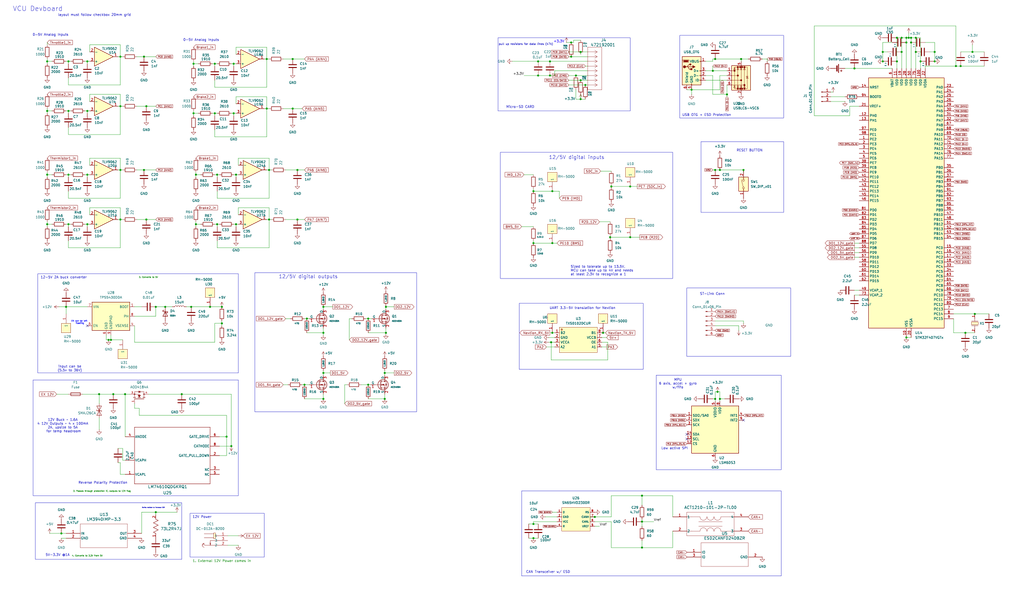
<source format=kicad_sch>
(kicad_sch (version 20250114) (generator "eeschema") (generator_version "9.0")
  (paper "User" 551 326.2)
  (rectangle (start 279.4 163.195) (end 346.075 198.755))
  (rectangle (start 269.24 81.915) (end 361.95 149.86))
  (rectangle (start 280.67 264.16) (end 420.37 309.88))
  (rectangle (start 102.235 276.225) (end 142.24 299.72))
  (rectangle (start 365.76 19.05) (end 421.64 63.5))
  (rectangle (start 20.32 147.32) (end 128.27 200.66))
  (rectangle (start 17.78 204.47) (end 128.27 266.7))
  (rectangle (start 377.19 76.2) (end 421.64 114.3))
  (rectangle (start 19.05 270.51) (end 97.79 300.99))
  (rectangle (start 353.06 201.93) (end 420.37 252.73))
  (rectangle (start 369.57 154.94) (end 425.45 191.77))
  (rectangle (start 267.97 20.32) (end 339.09 59.69))
  (rectangle (start 137.16 146.685) (end 224.155 221.615))
  (text "12V Buck ~ 1.6A\n4 12V Outputs ~ 4 x 100mA\n2A, upsize to 5A\n for temp headroom" (at 33.782 229.108 0) (effects (font (size 1.27 1.27))))
  (text "Micro-SD CARD " (at 280.416 57.658 0) (effects (font (size 1.27 1.27))))
  (text "MPU\n6 axis, accel + gyro\nw/fifo\n" (at 364.744 206.502 0) (effects (font (size 1.27 1.27))))
  (text "pull up resistors for data lines (47k)" (at 282.956 23.876 0) (effects (font (size 1.016 1.016))))
  (text "USB OTG + ESD Protection" (at 380.238 61.976 0) (effects (font (size 1.27 1.27))))
  (text "TODO: Resimulate LP Filter & Find C" (at 674.37 -61.722 0) (effects (font (size 5.08 5.08) (thickness 0.635))))
  (text "Low active SPI\n" (at 362.966 241.3 0) (effects (font (size 1.27 1.27))))
  (text "12-5V 2A buck converter" (at 34.29 149.352 0) (effects (font (size 1.27 1.27))))
  (text "2. Passes through protection IC, outputs to 12V flag" (at 54.864 264.414 0) (effects (font (size 0.762 0.762))))
  (text "4. Converts to 3.3V from 5V" (at 46.99 299.212 0) (effects (font (size 0.762 0.762))))
  (text "layout must follow checkbox 20mm grid " (at 51.308 8.128 0) (effects (font (size 1.27 1.27))))
  (text "3. Converts to 5V" (at 79.883 149.352 0) (effects (font (size 0.762 0.762))))
  (text "EN can be left\n floating" (at 42.672 173.482 0) (effects (font (size 0.762 0.762))))
  (text "TODO: Re-do reverse-polarity / over-current" (at 694.944 -80.518 0) (effects (font (size 5.08 5.08) (thickness 0.635))))
  (text "TODO: Stay w 144pin or correct to 100 pin?\n" (at 691.388 -71.882 0) (effects (font (size 5.08 5.08) (thickness 0.635))))
  (text "UART 3.3-5V translation for Nextion" (at 313.436 165.862 0) (effects (font (size 1.27 1.27))))
  (text "TODO: Clarify board power with text, double-check flags\n" (at 716.534 -89.916 0) (effects (font (size 5.08 5.08) (thickness 1.016) (bold yes))))
  (text "Sized to tolerate up to 13.5V, \nMCU can take up to 4V and needs \nat least 2.3V to recognize a 1" (at 306.959 145.669 0) (effects (font (size 1.27 1.27)) (justify left)))
  (text "TODO: Add 3.3V LDO" (at 638.81 -43.942 0) (effects (font (size 5.08 5.08) (thickness 0.635))))
  (text "5V-3.3V @1A" (at 30.988 298.704 0) (effects (font (size 1.27 1.27))))
  (text "TODO: Remove old peripherals (nextion, 22con, misc con, etc.)" (at 751.332 -6.35 0) (effects (font (size 5.08 5.08))))
  (text "TODO: Choose IO Connectors (find GEVCU ones for hotswap)" (at 796.29 9.144 0) (effects (font (size 5.08 5.08) (thickness 1.016) (bold yes))))
  (text "Series resistor to increase ESR" (at 82.55 273.304 0) (effects (font (size 0.508 0.508))))
  (text "RESET BUTTON\n" (at 403.352 81.026 0) (effects (font (size 1.27 1.27))))
  (text "TODO: Confirm TVS Diodes and Filtering Capacitance on REverse polarity" (at 823.468 85.344 0) (effects (font (size 5.08 5.08) (thickness 1.016) (bold yes))))
  (text "0-5V Analog Inputs " (at 27.686 18.796 0) (effects (font (size 1.27 1.27))))
  (text "TODO: Add CAN Transceiver" (at 643.89 -34.036 0) (effects (font (size 5.08 5.08))))
  (text "TODO: Add labels to stm32f407" (at 663.194 -53.594 0) (effects (font (size 5.08 5.08) (thickness 0.635))))
  (text "TODO: Add HSE OSC, check capcitor sizing in the ds" (at 701.04 -25.654 0) (effects (font (size 5.08 5.08))))
  (text "Reverse Polarity Protection" (at 55.372 259.842 0) (effects (font (size 1.27 1.27))))
  (text "1. External 12V Power comes in" (at 119.38 302.006 0) (effects (font (size 1.27 1.27))))
  (text "ST-Link Conn\n" (at 383.286 158.242 0) (effects (font (size 1.27 1.27))))
  (text "12/5V digital inputs" (at 310.261 84.836 0) (effects (font (size 1.905 1.905))))
  (text "TODO: Double-check USB hardware" (at 660.908 -16.256 0) (effects (font (size 5.08 5.08) (italic yes))))
  (text "0-5V Analog Inputs " (at 108.712 21.59 0) (effects (font (size 1.27 1.27))))
  (text "CAN Transceiver w/ ESD" (at 294.894 307.848 0) (effects (font (size 1.27 1.27))))
  (text "TODO: What is Nextion circuit?\n" (at 749.808 40.64 0) (effects (font (size 5.08 5.08) (thickness 1.016) (bold yes))))
  (text "VCU Devboard" (at 20.32 4.826 0) (effects (font (size 2.54 2.54))))
  (text "input can be\n(5.5v to 36V)" (at 37.592 198.374 0) (effects (font (size 1.27 1.27))))
  (text "12/5V digital outputs" (at 165.862 148.971 0) (effects (font (size 1.905 1.905))))
  (text "12V Power" (at 108.712 278.257 0) (effects (font (size 1.27 1.27))))
  (junction (at 36.83 120.65))
  (junction (at 116.84 93.98))
  (junction (at 144.78 91.44))
  (junction (at 387.35 91.44))
  (junction (at 519.43 179.07))
  (junction (at 125.73 60.96))
  (junction (at 320.04 278.13))
  (junction (at 64.77 118.11))
  (junction (at 124.46 240.03))
  (junction (at 173.99 179.07))
  (junction (at 400.05 91.44))
  (junction (at 328.295 127.635))
  (junction (at 398.78 31.75))
  (junction (at 207.01 214.63))
  (junction (at 339.09 127.635))
  (junction (at 516.89 35.56))
  (junction (at 64.77 91.44))
  (junction (at 25.4 33.02))
  (junction (at 53.34 212.09))
  (junction (at 36.83 93.98))
  (junction (at 339.09 100.33))
  (junction (at 173.99 165.1))
  (junction (at 312.42 53.34))
  (junction (at 384.81 91.44))
  (junction (at 307.34 30.48))
  (junction (at 157.48 58.42))
  (junction (at 105.41 120.65))
  (junction (at 125.73 34.29))
  (junction (at 487.68 22.86))
  (junction (at 157.48 31.75))
  (junction (at 474.98 27.94))
  (junction (at 127 120.65))
  (junction (at 25.4 120.65))
  (junction (at 102.87 165.1))
  (junction (at 207.645 165.1))
  (junction (at 324.485 179.07))
  (junction (at 64.77 57.15))
  (junction (at 487.68 181.61))
  (junction (at 198.12 207.01))
  (junction (at 495.3 33.02))
  (junction (at 173.99 214.63))
  (junction (at 33.02 287.02))
  (junction (at 492.76 20.32))
  (junction (at 287.02 102.87))
  (junction (at 46.99 120.65))
  (junction (at 127 93.98))
  (junction (at 384.81 31.75))
  (junction (at 345.44 280.67))
  (junction (at 165.1 171.45))
  (junction (at 83.82 165.1))
  (junction (at 144.78 118.11))
  (junction (at 474.98 33.02))
  (junction (at 372.11 48.26))
  (junction (at 116.84 120.65))
  (junction (at 121.92 234.95))
  (junction (at 502.92 27.94))
  (junction (at 312.42 43.18))
  (junction (at 46.99 33.02))
  (junction (at 60.96 212.09))
  (junction (at 173.99 200.66))
  (junction (at 46.99 59.69))
  (junction (at 492.76 27.94))
  (junction (at 64.77 30.48))
  (junction (at 83.82 275.59))
  (junction (at 25.4 59.69))
  (junction (at 391.16 50.8))
  (junction (at 119.38 165.1))
  (junction (at 97.79 212.09))
  (junction (at 485.14 27.94))
  (junction (at 77.47 91.44))
  (junction (at 296.545 184.15))
  (junction (at 287.02 130.81))
  (junction (at 307.34 22.86))
  (junction (at 314.96 45.72))
  (junction (at 295.91 33.02))
  (junction (at 59.69 182.88))
  (junction (at 309.88 40.64))
  (junction (at 25.4 93.98))
  (junction (at 482.6 20.32))
  (junction (at 46.99 93.98))
  (junction (at 105.41 93.98))
  (junction (at 36.83 59.69))
  (junction (at 58.42 182.88))
  (junction (at 287.02 281.94))
  (junction (at 514.35 35.56))
  (junction (at 143.51 31.75))
  (junction (at 160.02 91.44))
  (junction (at 297.18 130.81))
  (junction (at 485.14 20.32))
  (junction (at 502.92 33.02))
  (junction (at 207.01 200.66))
  (junction (at 115.57 60.96))
  (junction (at 312.42 27.94))
  (junction (at 113.03 165.1))
  (junction (at 115.57 34.29))
  (junction (at 78.74 57.15))
  (junction (at 297.18 179.07))
  (junction (at 143.51 58.42))
  (junction (at 387.35 214.63))
  (junction (at 490.22 20.32))
  (junction (at 119.38 173.99))
  (junction (at 163.83 207.01))
  (junction (at 36.83 33.02))
  (junction (at 328.93 100.33))
  (junction (at 289.56 40.64))
  (junction (at 490.22 22.86))
  (junction (at 488.95 20.32))
  (junction (at 35.56 165.1))
  (junction (at 345.44 266.7))
  (junction (at 383.54 38.1))
  (junction (at 104.14 34.29))
  (junction (at 295.91 40.64))
  (junction (at 289.56 33.02))
  (junction (at 384.81 214.63))
  (junction (at 160.02 118.11))
  (junction (at 104.14 60.96))
  (junction (at 345.44 294.64))
  (junction (at 482.6 33.02))
  (junction (at 77.47 30.48))
  (junction (at 297.18 102.87))
  (junction (at 459.74 36.83))
  (junction (at 524.51 168.91))
  (junction (at 207.645 179.07))
  (junction (at 386.08 210.82))
  (junction (at 487.68 20.32))
  (junction (at 198.12 171.45))
  (junction (at 287.02 289.56))
  (junction (at 78.74 118.11))
  (junction (at 88.9 165.1))
  (junction (at 523.24 27.94))
  (junction (at 67.31 212.09))
  (no_connect (at 369.57 233.68))
  (no_connect (at 369.57 236.22))
  (no_connect (at 400.05 226.06))
  (no_connect (at 46.99 175.26))
  (wire (pts (xy 173.99 214.63) (xy 173.99 212.09)))
  (wire (pts (xy 379.73 40.64) (xy 383.54 40.64)))
  (wire (pts (xy 287.02 289.56) (xy 289.56 289.56)))
  (wire (pts (xy 173.99 180.34) (xy 173.99 179.07)))
  (wire (pts (xy 76.2 275.59) (xy 83.82 275.59)))
  (wire (pts (xy 160.02 91.44) (xy 163.83 91.44)))
  (wire (pts (xy 64.77 45.72) (xy 64.77 30.48)))
  (wire (pts (xy 400.05 92.71) (xy 400.05 91.44)))
  (wire (pts (xy 48.26 115.57) (xy 48.26 111.76)))
  (wire (pts (xy 48.26 50.8) (xy 64.77 50.8)))
  (wire (pts (xy 287.02 130.81) (xy 297.18 130.81)))
  (wire (pts (xy 46.99 120.65) (xy 48.26 120.65)))
  (wire (pts (xy 144.78 118.11) (xy 146.05 118.11)))
  (wire (pts (xy 64.77 255.27) (xy 64.77 248.92)))
  (wire (pts (xy 293.37 278.13) (xy 299.72 278.13)))
  (wire (pts (xy 121.92 234.95) (xy 121.92 223.52)))
  (wire (pts (xy 307.34 30.48) (xy 306.07 30.48)))
  (wire (pts (xy 163.83 171.45) (xy 165.1 171.45)))
  (wire (pts (xy 102.87 165.1) (xy 113.03 165.1)))
  (wire (pts (xy 125.73 34.29) (xy 125.73 35.56)))
  (wire (pts (xy 298.45 38.1) (xy 316.23 38.1)))
  (wire (pts (xy 78.74 118.11) (xy 83.82 118.11)))
  (wire (pts (xy 309.88 40.64) (xy 316.23 40.64)))
  (wire (pts (xy 26.67 287.02) (xy 33.02 287.02)))
  (wire (pts (xy 304.8 22.86) (xy 307.34 22.86)))
  (wire (pts (xy 59.69 180.34) (xy 59.69 182.88)))
  (wire (pts (xy 383.54 38.1) (xy 391.16 38.1)))
  (wire (pts (xy 345.44 279.4) (xy 345.44 280.67)))
  (wire (pts (xy 372.11 48.26) (xy 372.11 50.8)))
  (wire (pts (xy 295.275 184.15) (xy 296.545 184.15)))
  (wire (pts (xy 459.74 135.89) (xy 462.28 135.89)))
  (wire (pts (xy 25.4 59.69) (xy 27.94 59.69)))
  (wire (pts (xy 36.83 72.39) (xy 64.77 72.39)))
  (wire (pts (xy 187.96 182.88) (xy 187.96 171.45)))
  (wire (pts (xy 500.38 27.94) (xy 502.92 27.94)))
  (wire (pts (xy 73.66 57.15) (xy 78.74 57.15)))
  (wire (pts (xy 519.43 179.07) (xy 524.51 179.07)))
  (wire (pts (xy 317.5 280.67) (xy 317.5 278.13)))
  (wire (pts (xy 59.69 182.88) (xy 66.04 182.88)))
  (wire (pts (xy 383.54 214.63) (xy 384.81 214.63)))
  (wire (pts (xy 345.44 266.7) (xy 345.44 271.78)))
  (wire (pts (xy 185.42 217.17) (xy 185.42 207.01)))
  (wire (pts (xy 127 93.98) (xy 127 95.25)))
  (wire (pts (xy 104.14 34.29) (xy 104.14 35.56)))
  (wire (pts (xy 115.57 60.96) (xy 115.57 62.23)))
  (wire (pts (xy 116.84 93.98) (xy 116.84 95.25)))
  (wire (pts (xy 113.03 165.1) (xy 119.38 165.1)))
  (wire (pts (xy 384.81 91.44) (xy 387.35 91.44)))
  (wire (pts (xy 308.61 21.59) (xy 312.42 21.59)))
  (wire (pts (xy 516.89 35.56) (xy 529.59 35.56)))
  (wire (pts (xy 72.39 219.71) (xy 72.39 217.17)))
  (wire (pts (xy 48.26 54.61) (xy 48.26 50.8)))
  (wire (pts (xy 25.4 33.02) (xy 25.4 34.29)))
  (wire (pts (xy 320.04 283.21) (xy 322.58 283.21)))
  (wire (pts (xy 104.14 33.02) (xy 104.14 34.29)))
  (wire (pts (xy 48.26 24.13) (xy 64.77 24.13)))
  (wire (pts (xy 25.4 33.02) (xy 27.94 33.02)))
  (wire (pts (xy 314.96 45.72) (xy 316.23 45.72)))
  (wire (pts (xy 295.91 179.07) (xy 297.18 179.07)))
  (wire (pts (xy 492.76 36.83) (xy 492.76 27.94)))
  (wire (pts (xy 398.78 31.75) (xy 398.78 33.02)))
  (wire (pts (xy 100.33 165.1) (xy 102.87 165.1)))
  (wire (pts (xy 64.77 106.68) (xy 64.77 91.44)))
  (wire (pts (xy 64.77 118.11) (xy 66.04 118.11)))
  (wire (pts (xy 36.83 68.58) (xy 36.83 72.39)))
  (wire (pts (xy 57.15 182.88) (xy 58.42 182.88)))
  (wire (pts (xy 306.07 40.64) (xy 309.88 40.64)))
  (wire (pts (xy 128.27 88.9) (xy 128.27 85.09)))
  (wire (pts (xy 412.75 31.75) (xy 412.75 33.02)))
  (wire (pts (xy 387.35 48.26) (xy 372.11 48.26)))
  (wire (pts (xy 116.84 93.98) (xy 118.11 93.98)))
  (wire (pts (xy 328.295 119.38) (xy 322.58 119.38)))
  (wire (pts (xy 36.83 45.72) (xy 64.77 45.72)))
  (wire (pts (xy 173.99 165.1) (xy 179.07 165.1)))
  (wire (pts (xy 287.02 280.67) (xy 299.72 280.67)))
  (wire (pts (xy 497.84 35.56) (xy 514.35 35.56)))
  (wire (pts (xy 127 25.4) (xy 143.51 25.4)))
  (wire (pts (xy 67.31 212.09) (xy 67.31 234.95)))
  (wire (pts (xy 46.99 93.98) (xy 48.26 93.98)))
  (wire (pts (xy 516.89 27.94) (xy 523.24 27.94)))
  (wire (pts (xy 77.47 30.48) (xy 83.82 30.48)))
  (wire (pts (xy 116.84 120.65) (xy 116.84 121.92)))
  (wire (pts (xy 25.4 93.98) (xy 27.94 93.98)))
  (wire (pts (xy 165.1 171.45) (xy 166.37 171.45)))
  (wire (pts (xy 114.3 34.29) (xy 115.57 34.29)))
  (wire (pts (xy 308.61 22.86) (xy 307.34 22.86)))
  (wire (pts (xy 284.48 281.94) (xy 287.02 281.94)))
  (wire (pts (xy 198.12 214.63) (xy 207.01 214.63)))
  (wire (pts (xy 121.92 223.52) (xy 74.93 223.52)))
  (wire (pts (xy 345.44 266.7) (xy 361.95 266.7)))
  (wire (pts (xy 482.6 20.32) (xy 485.14 20.32)))
  (wire (pts (xy 328.295 128.27) (xy 328.295 127.635)))
  (wire (pts (xy 105.41 93.98) (xy 107.95 93.98)))
  (wire (pts (xy 523.24 24.13) (xy 523.24 27.94)))
  (wire (pts (xy 33.02 289.56) (xy 35.56 289.56)))
  (wire (pts (xy 391.16 45.72) (xy 391.16 50.8)))
  (wire (pts (xy 397.51 175.26) (xy 397.51 177.8)))
  (wire (pts (xy 125.73 93.98) (xy 127 93.98)))
  (wire (pts (xy 105.41 119.38) (xy 105.41 120.65)))
  (wire (pts (xy 207.01 199.39) (xy 207.01 200.66)))
  (wire (pts (xy 25.4 58.42) (xy 25.4 59.69)))
  (wire (pts (xy 35.56 33.02) (xy 36.83 33.02)))
  (wire (pts (xy 383.54 40.64) (xy 383.54 50.8)))
  (wire (pts (xy 296.545 193.675) (xy 327.025 193.675)))
  (wire (pts (xy 207.645 165.1) (xy 207.645 166.37)))
  (wire (pts (xy 104.14 59.69) (xy 104.14 60.96)))
  (wire (pts (xy 88.9 165.1) (xy 92.71 165.1)))
  (wire (pts (xy 196.85 171.45) (xy 198.12 171.45)))
  (wire (pts (xy 281.94 40.64) (xy 289.56 40.64)))
  (wire (pts (xy 114.3 60.96) (xy 115.57 60.96)))
  (wire (pts (xy 326.39 186.69) (xy 323.85 186.69)))
  (wire (pts (xy 115.57 69.85) (xy 115.57 73.66)))
  (wire (pts (xy 299.72 130.81) (xy 297.18 130.81)))
  (wire (pts (xy 459.74 36.83) (xy 480.06 36.83)))
  (wire (pts (xy 63.5 30.48) (xy 64.77 30.48)))
  (wire (pts (xy 66.04 241.3) (xy 63.5 241.3)))
  (wire (pts (xy 173.99 165.1) (xy 173.99 166.37)))
  (wire (pts (xy 287.02 281.94) (xy 289.56 281.94)))
  (wire (pts (xy 323.85 184.15) (xy 327.025 184.15)))
  (wire (pts (xy 72.39 175.26) (xy 72.39 184.15)))
  (wire (pts (xy 115.57 173.99) (xy 119.38 173.99)))
  (wire (pts (xy 391.16 50.8) (xy 391.16 52.07)))
  (wire (pts (xy 462.28 57.15) (xy 457.2 57.15)))
  (wire (pts (xy 46.99 120.65) (xy 46.99 121.92)))
  (wire (pts (xy 83.82 165.1) (xy 83.82 170.18)))
  (wire (pts (xy 83.82 165.1) (xy 88.9 165.1)))
  (wire (pts (xy 64.77 85.09) (xy 64.77 91.44)))
  (wire (pts (xy 459.74 130.81) (xy 462.28 130.81)))
  (wire (pts (xy 124.46 60.96) (xy 125.73 60.96)))
  (wire (pts (xy 383.54 31.75) (xy 383.54 33.02)))
  (wire (pts (xy 127 55.88) (xy 127 52.07)))
  (wire (pts (xy 77.47 91.44) (xy 83.82 91.44)))
  (wire (pts (xy 163.83 214.63) (xy 173.99 214.63)))
  (wire (pts (xy 384.81 175.26) (xy 397.51 175.26)))
  (wire (pts (xy 207.645 179.07) (xy 207.645 176.53)))
  (wire (pts (xy 157.48 58.42) (xy 162.56 58.42)))
  (wire (pts (xy 48.26 111.76) (xy 64.77 111.76)))
  (wire (pts (xy 287.02 121.92) (xy 280.67 121.92)))
  (wire (pts (xy 30.48 212.09) (xy 36.83 212.09)))
  (wire (pts (xy 485.14 20.32) (xy 487.68 20.32)))
  (wire (pts (xy 162.56 207.01) (xy 163.83 207.01)))
  (wire (pts (xy 497.84 22.86) (xy 502.92 22.86)))
  (wire (pts (xy 387.35 40.64) (xy 387.35 48.26)))
  (wire (pts (xy 36.83 93.98) (xy 36.83 95.25)))
  (wire (pts (xy 320.04 280.67) (xy 328.93 280.67)))
  (wire (pts (xy 160.02 118.11) (xy 163.83 118.11)))
  (wire (pts (xy 447.04 52.07) (xy 454.66 52.07)))
  (wire (pts (xy 25.4 119.38) (xy 25.4 120.65)))
  (wire (pts (xy 457.2 62.23) (xy 438.15 62.23)))
  (wire (pts (xy 400.05 172.72) (xy 384.81 172.72)))
  (wire (pts (xy 153.67 171.45) (xy 156.21 171.45)))
  (wire (pts (xy 59.69 182.88) (xy 58.42 182.88)))
  (wire (pts (xy 66.04 247.65) (xy 66.04 241.3)))
  (wire (pts (xy 459.74 138.43) (xy 462.28 138.43)))
  (wire (pts (xy 127 120.65) (xy 128.27 120.65)))
  (wire (pts (xy 295.91 33.02) (xy 316.23 33.02)))
  (wire (pts (xy 482.6 20.32) (xy 482.6 33.02)))
  (wire (pts (xy 487.68 22.86) (xy 487.68 36.83)))
  (wire (pts (xy 45.72 93.98) (xy 46.99 93.98)))
  (wire (pts (xy 115.57 184.15) (xy 115.57 173.99)))
  (wire (pts (xy 187.96 171.45) (xy 189.23 171.45)))
  (wire (pts (xy 438.15 13.97) (xy 514.35 13.97)))
  (wire (pts (xy 294.005 186.69) (xy 298.45 186.69)))
  (wire (pts (xy 306.07 43.18) (xy 312.42 43.18)))
  (wire (pts (xy 287.02 102.87) (xy 287.02 101.6)))
  (wire (pts (xy 344.17 127.635) (xy 339.09 127.635)))
  (wire (pts (xy 495.3 33.02) (xy 495.3 20.32)))
  (wire (pts (xy 345.44 280.67) (xy 351.79 280.67)))
  (wire (pts (xy 143.51 46.99) (xy 143.51 31.75)))
  (wire (pts (xy 345.44 294.64) (xy 361.95 294.64)))
  (wire (pts (xy 73.66 30.48) (xy 77.47 30.48)))
  (wire (pts (xy 387.35 215.9) (xy 387.35 214.63)))
  (wire (pts (xy 487.68 20.32) (xy 487.68 22.86)))
  (wire (pts (xy 306.07 27.94) (xy 312.42 27.94)))
  (wire (pts (xy 36.83 102.87) (xy 36.83 106.68)))
  (wire (pts (xy 487.68 20.32) (xy 488.95 20.32)))
  (wire (pts (xy 327.025 193.675) (xy 327.025 184.15)))
  (wire (pts (xy 57.15 180.34) (xy 57.15 182.88)))
  (wire (pts (xy 143.51 118.11) (xy 144.78 118.11)))
  (wire (pts (xy 287.02 102.87) (xy 297.18 102.87)))
  (wire (pts (xy 105.41 120.65) (xy 105.41 121.92)))
  (wire (pts (xy 287.02 130.81) (xy 287.02 129.54)))
  (wire (pts (xy 502.92 22.86) (xy 502.92 27.94)))
  (wire (pts (xy 72.39 165.1) (xy 76.2 165.1)))
  (wire (pts (xy 64.77 57.15) (xy 66.04 57.15)))
  (wire (pts (xy 402.59 31.75) (xy 398.78 31.75)))
  (wire (pts (xy 514.35 13.97) (xy 514.35 35.56)))
  (wire (pts (xy 36.83 120.65) (xy 38.1 120.65)))
  (wire (pts (xy 33.02 287.02) (xy 35.56 287.02)))
  (wire (pts (xy 74.93 219.71) (xy 74.93 223.52)))
  (wire (pts (xy 474.98 22.86) (xy 474.98 27.94)))
  (wire (pts (xy 328.93 100.33) (xy 328.93 99.695)))
  (wire (pts (xy 46.99 33.02) (xy 46.99 34.29)))
  (wire (pts (xy 474.98 27.94) (xy 474.98 33.02)))
  (wire (pts (xy 490.22 36.83) (xy 490.22 22.86)))
  (wire (pts (xy 298.45 40.64) (xy 298.45 38.1)))
  (wire (pts (xy 36.83 33.02) (xy 36.83 34.29)))
  (wire (pts (xy 119.38 173.99) (xy 119.38 175.26)))
  (wire (pts (xy 309.88 53.34) (xy 312.42 53.34)))
  (wire (pts (xy 490.22 20.32) (xy 488.95 20.32)))
  (wire (pts (xy 457.2 57.15) (xy 457.2 62.23)))
  (wire (pts (xy 118.11 234.95) (xy 121.92 234.95)))
  (wire (pts (xy 116.84 133.35) (xy 144.78 133.35)))
  (wire (pts (xy 495.3 20.32) (xy 492.76 20.32)))
  (wire (pts (xy 64.77 50.8) (xy 64.77 57.15)))
  (wire (pts (xy 127 120.65) (xy 127 121.92)))
  (wire (pts (xy 25.4 120.65) (xy 25.4 121.92)))
  (wire (pts (xy 152.4 58.42) (xy 157.48 58.42)))
  (wire (pts (xy 116.84 120.65) (xy 118.11 120.65)))
  (wire (pts (xy 185.42 207.01) (xy 186.69 207.01)))
  (wire (pts (xy 45.72 33.02) (xy 46.99 33.02)))
  (wire (pts (xy 64.77 72.39) (xy 64.77 57.15)))
  (wire (pts (xy 163.83 207.01) (xy 166.37 207.01)))
  (wire (pts (xy 296.545 184.15) (xy 296.545 193.675)))
  (wire (pts (xy 63.5 91.44) (xy 64.77 91.44)))
  (wire (pts (xy 384.81 210.82) (xy 386.08 210.82)))
  (wire (pts (xy 128.27 288.29) (xy 122.555 288.29)))
  (wire (pts (xy 384.81 214.63) (xy 384.81 210.82)))
  (wire (pts (xy 125.73 60.96) (xy 125.73 62.23)))
  (wire (pts (xy 35.56 93.98) (xy 36.83 93.98)))
  (wire (pts (xy 25.4 120.65) (xy 27.94 120.65)))
  (wire (pts (xy 115.57 34.29) (xy 116.84 34.29)))
  (wire (pts (xy 122.555 293.37) (xy 128.27 293.37)))
  (wire (pts (xy 121.92 245.11) (xy 118.11 245.11)))
  (wire (pts (xy 312.42 53.34) (xy 314.96 53.34)))
  (wire (pts (xy 523.24 27.94) (xy 529.59 27.94)))
  (wire (pts (xy 72.39 170.18) (xy 83.82 170.18)))
  (wire (pts (xy 308.61 21.59) (xy 308.61 22.86)))
  (wire (pts (xy 128.27 111.76) (xy 144.78 111.76)))
  (wire (pts (xy 502.92 27.94) (xy 502.92 33.02)))
  (wire (pts (xy 125.73 34.29) (xy 127 34.29)))
  (wire (pts (xy 127 93.98) (xy 128.27 93.98)))
  (wire (pts (xy 143.51 73.66) (xy 143.51 58.42)))
  (wire (pts (xy 48.26 27.94) (xy 48.26 24.13)))
  (wire (pts (xy 400.05 173.99) (xy 400.05 172.72)))
  (wire (pts (xy 67.31 247.65) (xy 66.04 247.65)))
  (wire (pts (xy 67.31 255.27) (xy 64.77 255.27)))
  (wire (pts (xy 289.56 33.02) (xy 295.91 33.02)))
  (wire (pts (xy 328.295 127.635) (xy 339.09 127.635)))
  (wire (pts (xy 128.27 85.09) (xy 144.78 85.09)))
  (wire (pts (xy 127 52.07) (xy 143.51 52.07)))
  (wire (pts (xy 410.21 31.75) (xy 412.75 31.75)))
  (wire (pts (xy 64.77 30.48) (xy 66.04 30.48)))
  (wire (pts (xy 296.545 184.15) (xy 298.45 184.15)))
  (wire (pts (xy 345.44 280.67) (xy 345.44 283.21)))
  (wire (pts (xy 326.39 181.61) (xy 323.85 181.61)))
  (wire (pts (xy 144.78 133.35) (xy 144.78 118.11)))
  (wire (pts (xy 115.57 93.98) (xy 116.84 93.98)))
  (wire (pts (xy 83.82 275.59) (xy 95.25 275.59)))
  (wire (pts (xy 144.78 111.76) (xy 144.78 118.11)))
  (wire (pts (xy 289.56 40.64) (xy 295.91 40.64)))
  (wire (pts (xy 116.84 129.54) (xy 116.84 133.35)))
  (wire (pts (xy 198.12 171.45) (xy 200.025 171.45)))
  (wire (pts (xy 127 29.21) (xy 127 25.4)))
  (wire (pts (xy 391.16 40.64) (xy 387.35 40.64)))
  (wire (pts (xy 115.57 120.65) (xy 116.84 120.65)))
  (wire (pts (xy 379.73 38.1) (xy 383.54 38.1)))
  (wire (pts (xy 25.4 93.98) (xy 25.4 95.25)))
  (wire (pts (xy 287.02 281.94) (xy 287.02 280.67)))
  (wire (pts (xy 207.01 214.63) (xy 207.01 212.09)))
  (wire (pts (xy 115.57 34.29) (xy 115.57 35.56)))
  (wire (pts (xy 25.4 22.86) (xy 25.4 24.13)))
  (wire (pts (xy 524.51 168.91) (xy 532.13 168.91)))
  (wire (pts (xy 143.51 91.44) (xy 144.78 91.44)))
  (wire (pts (xy 383.54 31.75) (xy 384.81 31.75)))
  (wire (pts (xy 369.57 48.26) (xy 372.11 48.26)))
  (wire (pts (xy 328.93 100.33) (xy 339.09 100.33)))
  (wire (pts (xy 115.57 43.18) (xy 115.57 46.99)))
  (wire (pts (xy 105.41 93.98) (xy 105.41 95.25)))
  (wire (pts (xy 317.5 278.13) (xy 320.04 278.13)))
  (wire (pts (xy 459.74 133.35) (xy 462.28 133.35)))
  (wire (pts (xy 328.295 127.635) (xy 328.295 127)))
  (wire (pts (xy 143.51 52.07) (xy 143.51 58.42)))
  (wire (pts (xy 64.77 133.35) (xy 64.77 118.11)))
  (wire (pts (xy 312.42 43.18) (xy 316.23 43.18)))
  (wire (pts (xy 459.74 158.75) (xy 462.28 158.75)))
  (wire (pts (xy 35.56 168.91) (xy 35.56 165.1)))
  (wire (pts (xy 143.51 31.75) (xy 144.78 31.75)))
  (wire (pts (xy 306.07 45.72) (xy 314.96 45.72)))
  (wire (pts (xy 78.74 57.15) (xy 83.82 57.15)))
  (wire (pts (xy 384.81 215.9) (xy 384.81 214.63)))
  (wire (pts (xy 142.24 58.42) (xy 143.51 58.42)))
  (wire (pts (xy 379.73 43.18) (xy 391.16 43.18)))
  (wire (pts (xy 36.83 41.91) (xy 36.83 45.72)))
  (wire (pts (xy 36.83 133.35) (xy 64.77 133.35)))
  (wire (pts (xy 105.41 92.71) (xy 105.41 93.98)))
  (wire (pts (xy 45.72 120.65) (xy 46.99 120.65)))
  (wire (pts (xy 447.04 49.53) (xy 448.31 49.53)))
  (wire (pts (xy 400.05 91.44) (xy 387.35 91.44)))
  (wire (pts (xy 173.99 179.07) (xy 173.99 176.53)))
  (wire (pts (xy 154.94 207.01) (xy 152.4 207.01)))
  (wire (pts (xy 45.72 59.69) (xy 46.99 59.69)))
  (wire (pts (xy 36.83 59.69) (xy 38.1 59.69)))
  (wire (pts (xy 48.26 85.09) (xy 64.77 85.09)))
  (wire (pts (xy 72.39 184.15) (xy 115.57 184.15)))
  (wire (pts (xy 83.82 275.59) (xy 83.82 276.86)))
  (wire (pts (xy 480.06 22.86) (xy 474.98 22.86)))
  (wire (pts (xy 36.83 120.65) (xy 36.83 121.92)))
  (wire (pts (xy 295.91 40.64) (xy 298.45 40.64)))
  (wire (pts (xy 275.59 33.02) (xy 289.56 33.02)))
  (wire (pts (xy 387.35 210.82) (xy 386.08 210.82)))
  (wire (pts (xy 124.46 212.09) (xy 97.79 212.09)))
  (wire (pts (xy 115.57 60.96) (xy 116.84 60.96)))
  (wire (pts (xy 64.77 248.92) (xy 63.5 248.92)))
  (wire (pts (xy 153.67 118.11) (xy 160.02 118.11)))
  (wire (pts (xy 487.68 181.61) (xy 490.22 181.61)))
  (wire (pts (xy 194.31 207.01) (xy 198.12 207.01)))
  (wire (pts (xy 477.52 27.94) (xy 474.98 27.94)))
  (wire (pts (xy 119.38 172.72) (xy 119.38 173.99)))
  (wire (pts (xy 104.14 34.29) (xy 106.68 34.29)))
  (wire (pts (xy 128.27 115.57) (xy 128.27 111.76)))
  (wire (pts (xy 342.9 100.33) (xy 339.09 100.33)))
  (wire (pts (xy 25.4 92.71) (xy 25.4 93.98)))
  (wire (pts (xy 143.51 25.4) (xy 143.51 31.75)))
  (wire (pts (xy 328.93 92.075) (xy 323.215 92.075)))
  (wire (pts (xy 64.77 24.13) (xy 64.77 30.48)))
  (wire (pts (xy 495.3 36.83) (xy 495.3 33.02)))
  (wire (pts (xy 124.46 34.29) (xy 125.73 34.29)))
  (wire (pts (xy 454.66 36.83) (xy 459.74 36.83)))
  (wire (pts (xy 125.73 120.65) (xy 127 120.65)))
  (wire (pts (xy 345.44 290.83) (xy 345.44 294.64)))
  (wire (pts (xy 207.01 200.66) (xy 212.09 200.66)))
  (wire (pts (xy 485.14 36.83) (xy 485.14 27.94)))
  (wire (pts (xy 46.99 33.02) (xy 48.26 33.02)))
  (wire (pts (xy 384.81 31.75) (xy 398.78 31.75)))
  (wire (pts (xy 379.73 33.02) (xy 383.54 33.02)))
  (wire (pts (xy 513.08 171.45) (xy 513.08 179.07)))
  (wire (pts (xy 165.1 179.07) (xy 173.99 179.07)))
  (wire (pts (xy 300.99 102.87) (xy 300.99 106.68)))
  (wire (pts (xy 316.23 30.48) (xy 307.34 30.48)))
  (wire (pts (xy 63.5 57.15) (xy 64.77 57.15)))
  (wire (pts (xy 63.5 118.11) (xy 64.77 118.11)))
  (wire (pts (xy 25.4 31.75) (xy 25.4 33.02)))
  (wire (pts (xy 124.46 240.03) (xy 124.46 212.09)))
  (wire (pts (xy 513.08 168.91) (xy 524.51 168.91)))
  (wire (pts (xy 447.04 54.61) (xy 454.66 54.61)))
  (wire (pts (xy 73.66 118.11) (xy 78.74 118.11)))
  (wire (pts (xy 485.14 27.94) (xy 485.14 20.32)))
  (wire (pts (xy 97.79 212.09) (xy 80.01 212.09)))
  (wire (pts (xy 48.26 88.9) (xy 48.26 85.09)))
  (wire (pts (xy 36.83 33.02) (xy 38.1 33.02)))
  (wire (pts (xy 361.95 266.7) (xy 361.95 278.13)))
  (wire (pts (xy 459.74 156.21) (xy 462.28 156.21)))
  (wire (pts (xy 153.67 91.44) (xy 160.02 91.44)))
  (wire (pts (xy 53.34 224.79) (xy 53.34 231.14)))
  (wire (pts (xy 46.99 59.69) (xy 46.99 60.96)))
  (wire (pts (xy 492.76 27.94) (xy 492.76 20.32)))
  (wire (pts (xy 157.48 31.75) (xy 163.83 31.75)))
  (wire (pts (xy 46.99 93.98) (xy 46.99 95.25)))
  (wire (pts (xy 67.31 212.09) (xy 69.85 212.09)))
  (wire (pts (xy 198.12 207.01) (xy 199.39 207.01)))
  (wire (pts (xy 207.01 200.66) (xy 207.01 201.93)))
  (wire (pts (xy 46.99 59.69) (xy 48.26 59.69)))
  (wire (pts (xy 118.11 240.03) (xy 124.46 240.03)))
  (wire (pts (xy 198.12 179.07) (xy 207.645 179.07)))
  (wire (pts (xy 74.93 219.71) (xy 72.39 219.71)))
  (wire (pts (xy 328.93 278.13) (xy 328.93 266.7)))
  (wire (pts (xy 383.54 50.8) (xy 391.16 50.8)))
  (wire (pts (xy 309.88 48.26) (xy 309.88 53.34)))
  (wire (pts (xy 36.83 106.68) (xy 64.77 106.68)))
  (wire (pts (xy 53.34 212.09) (xy 60.96 212.09)))
  (wire (pts (xy 144.78 85.09) (xy 144.78 91.44)))
  (wire (pts (xy 115.57 46.99) (xy 143.51 46.99)))
  (wire (pts (xy 152.4 31.75) (xy 157.48 31.75)))
  (wire (pts (xy 76.2 287.02) (xy 76.2 275.59)))
  (wire (pts (xy 387.35 214.63) (xy 387.35 210.82)))
  (wire (pts (xy 492.76 20.32) (xy 490.22 20.32)))
  (wire (pts (xy 25.4 59.69) (xy 25.4 60.96)))
  (wire (pts (xy 35.56 165.1) (xy 46.99 165.1)))
  (wire (pts (xy 207.645 165.1) (xy 212.09 165.1)))
  (wire (pts (xy 36.83 59.69) (xy 36.83 60.96)))
  (wire (pts (xy 207.645 179.705) (xy 207.645 179.07)))
  (wire (pts (xy 361.95 294.64) (xy 361.95 285.75)))
  (wire (pts (xy 64.77 111.76) (xy 64.77 118.11)))
  (wire (pts (xy 173.99 200.66) (xy 173.99 201.93)))
  (wire (pts (xy 36.83 129.54) (xy 36.83 133.35)))
  (wire (pts (xy 295.275 181.61) (xy 298.45 181.61)))
  (wire (pts (xy 35.56 120.65) (xy 36.83 120.65)))
  (wire (pts (xy 173.99 200.66) (xy 177.8 200.66)))
  (wire (pts (xy 325.755 179.07) (xy 324.485 179.07)))
  (wire (pts (xy 142.24 31.75) (xy 143.51 31.75)))
  (wire (pts (xy 312.42 50.8) (xy 312.42 53.34)))
  (wire (pts (xy 53.34 212.09) (xy 53.34 217.17)))
  (wire (pts (xy 324.485 179.07) (xy 323.85 179.07)))
  (wire (pts (xy 115.57 73.66) (xy 143.51 73.66)))
  (wire (pts (xy 488.95 17.78) (xy 488.95 20.32)))
  (wire (pts (xy 143.51 58.42) (xy 144.78 58.42)))
  (wire (pts (xy 60.96 212.09) (xy 67.31 212.09)))
  (wire (pts (xy 287.02 93.98) (xy 281.94 93.98)))
  (wire (pts (xy 328.93 266.7) (xy 345.44 266.7)))
  (wire (pts (xy 383.54 91.44) (xy 384.81 91.44)))
  (wire (pts (xy 513.08 179.07) (xy 519.43 179.07)))
  (wire (pts (xy 328.93 280.67) (xy 328.93 294.64)))
  (wire (pts (xy 104.14 60.96) (xy 104.14 62.23)))
  (wire (pts (xy 284.48 289.56) (xy 287.02 289.56)))
  (wire (pts (xy 44.45 212.09) (xy 53.34 212.09)))
  (wire (pts (xy 482.6 33.02) (xy 482.6 36.83)))
  (wire (pts (xy 312.42 29.21) (xy 312.42 27.94)))
  (wire (pts (xy 104.14 60.96) (xy 106.68 60.96)))
  (wire (pts (xy 312.42 27.94) (xy 316.23 27.94)))
  (wire (pts (xy 173.99 199.39) (xy 173.99 200.66)))
  (wire (pts (xy 64.77 91.44) (xy 66.04 91.44)))
  (wire (pts (xy 36.83 93.98) (xy 38.1 93.98)))
  (wire (pts (xy 121.92 234.95) (xy 121.92 245.11)))
  (wire (pts (xy 320.04 278.13) (xy 328.93 278.13)))
  (wire (pts (xy 438.15 62.23) (xy 438.15 13.97)))
  (wire (pts (xy 116.84 106.68) (xy 144.78 106.68)))
  (wire (pts (xy 387.35 214.63) (xy 389.89 214.63)))
  (wire (pts (xy 300.99 102.87) (xy 297.18 102.87)))
  (wire (pts (xy 383.54 35.56) (xy 383.54 38.1)))
  (wire (pts (xy 314.96 35.56) (xy 316.23 35.56)))
  (wire (pts (xy 497.84 35.56) (xy 497.84 36.83)))
  (wire (pts (xy 328.93 294.64) (xy 345.44 294.64)))
  (wire (pts (xy 73.66 91.44) (xy 77.47 91.44)))
  (wire (pts (xy 116.84 102.87) (xy 116.84 106.68)))
  (wire (pts (xy 35.56 59.69) (xy 36.83 59.69)))
  (wire (pts (xy 125.73 60.96) (xy 127 60.96)))
  (wire (pts (xy 328.93 100.965) (xy 328.93 100.33)))
  (wire (pts (xy 514.35 35.56) (xy 516.89 35.56)))
  (wire (pts (xy 297.18 275.59) (xy 299.72 275.59)))
  (wire (pts (xy 31.75 165.1) (xy 35.56 165.1)))
  (wire (pts (xy 207.645 164.465) (xy 207.645 165.1)))
  (wire (pts (xy 105.41 120.65) (xy 107.95 120.65)))
  (wire (pts (xy 297.18 179.07) (xy 298.45 179.07)))
  (wire (pts (xy 490.22 22.86) (xy 490.22 20.32)))
  (wire (pts (xy 144.78 91.44) (xy 146.05 91.44)))
  (wire (pts (xy 144.78 106.68) (xy 144.78 91.44)))
  (label "+3.3V" (at 281.94 40.64 180))
  (label "Vref" (at 322.58 283.21 0))
  (label "Vref" (at 351.79 280.67 0))
  (global_label "Nextion_TX_5V" (shape input) (at 325.755 179.07 0) (property "Intersheetrefs" "${INTERSHEET_REFS}" (effects (hide yes))))
  (global_label "PC2 (AIN2)" (shape input) (at 513.08 138.43 0) (effects (font (size 0.889 0.889))) (property "Intersheetrefs" "${INTERSHEET_REFS}" (effects (hide yes))))
  (global_label "PB12 (MPU_INT)" (shape input) (at 513.08 120.65 0) (effects (font (size 0.762 0.762))) (property "Intersheetrefs" "${INTERSHEET_REFS}" (effects (hide yes))))
  (global_label "PA11 (D-)" (shape input) (at 513.08 74.93 0) (effects (font (size 0.762 0.762))) (property "Intersheetrefs" "${INTERSHEET_REFS}" (effects (hide yes))))
  (global_label "Throttle1_in" (shape input) (at 25.4 22.86 0) (property "Intersheetrefs" "${INTERSHEET_REFS}" (effects (hide yes))))
  (global_label "PA6 (AIN6)" (shape input) (at 513.08 62.23 0) (effects (font (size 0.762 0.762))) (property "Intersheetrefs" "${INTERSHEET_REFS}" (effects (hide yes))))
  (global_label "PC10 (DAT2)" (shape input) (at 513.08 158.75 0) (effects (font (size 0.762 0.762))) (property "Intersheetrefs" "${INTERSHEET_REFS}" (effects (hide yes))))
  (global_label "EX 12V" (shape input) (at 130.81 288.29 0) (property "Intersheetrefs" "${INTERSHEET_REFS}" (effects (hide yes))))
  (global_label "PA12 (D+)" (shape input) (at 383.54 35.56 0) (effects (font (size 0.762 0.762))) (property "Intersheetrefs" "${INTERSHEET_REFS}" (effects (hide yes))))
  (global_label "PE9 (IMD)" (shape input) (at 300.99 106.68 0) (property "Intersheetrefs" "${INTERSHEET_REFS}" (effects (hide yes))))
  (global_label "PD0 (CANRX)" (shape input) (at 299.72 283.21 180) (effects (font (size 0.635 0.635))) (property "Intersheetrefs" "${INTERSHEET_REFS}" (effects (hide yes))))
  (global_label "PA5 (AIN5)" (shape input) (at 513.08 59.69 0) (effects (font (size 0.762 0.762))) (property "Intersheetrefs" "${INTERSHEET_REFS}" (effects (hide yes))))
  (global_label "PA11 (D-)" (shape input) (at 391.16 52.07 270) (effects (font (size 0.762 0.762))) (property "Intersheetrefs" "${INTERSHEET_REFS}" (effects (hide yes))))
  (global_label "PC12 (CLK)" (shape input) (at 314.96 35.56 180) (effects (font (size 0.889 0.889))) (property "Intersheetrefs" "${INTERSHEET_REFS}" (effects (hide yes))))
  (global_label "DO2_12V_gate" (shape output) (at 459.74 133.35 180) (property "Intersheetrefs" "${INTERSHEET_REFS}" (effects (hide yes))))
  (global_label "PA2" (shape input) (at 294.005 186.69 180) (property "Intersheetrefs" "${INTERSHEET_REFS}" (effects (hide yes))))
  (global_label "PD1 (CANTX)" (shape input) (at 297.18 275.59 180) (effects (font (size 0.635 0.635))) (property "Intersheetrefs" "${INTERSHEET_REFS}" (effects (hide yes))))
  (global_label "PE9 (IMD)" (shape input) (at 462.28 92.71 180) (effects (font (size 0.889 0.889))) (property "Intersheetrefs" "${INTERSHEET_REFS}" (effects (hide yes))))
  (global_label "PC11 (CD{slash}DAT3)" (shape input) (at 513.08 161.29 0) (effects (font (size 0.762 0.762))) (property "Intersheetrefs" "${INTERSHEET_REFS}" (effects (hide yes))))
  (global_label "PC0 (AIN0)" (shape input) (at 513.08 133.35 0) (effects (font (size 0.889 0.889))) (property "Intersheetrefs" "${INTERSHEET_REFS}" (effects (hide yes))))
  (global_label "Thermistor2_in" (shape input) (at 25.4 111.76 0) (property "Intersheetrefs" "${INTERSHEET_REFS}" (effects (hide yes))))
  (global_label "PA13 (SWDIO)" (shape input) (at 384.81 170.18 0) (effects (font (size 0.889 0.889))) (property "Intersheetrefs" "${INTERSHEET_REFS}" (effects (hide yes))))
  (global_label "PA6 (AIN6)" (shape input) (at 163.83 91.44 0) (property "Intersheetrefs" "${INTERSHEET_REFS}" (effects (hide yes))))
  (global_label "PB15 (MOSI)" (shape input) (at 369.57 226.06 180) (effects (font (size 0.762 0.762))) (property "Intersheetrefs" "${INTERSHEET_REFS}" (effects (hide yes))))
  (global_label "PC10 (DAT2)" (shape input) (at 306.07 45.72 180) (effects (font (size 0.889 0.889))) (property "Intersheetrefs" "${INTERSHEET_REFS}" (effects (hide yes))))
  (global_label "PA4 (AIN4)" (shape input) (at 163.83 31.75 0) (property "Intersheetrefs" "${INTERSHEET_REFS}" (effects (hide yes))))
  (global_label "PE3 (MPU_CS_N)" (shape input) (at 369.57 238.76 180) (effects (font (size 0.762 0.762))) (property "Intersheetrefs" "${INTERSHEET_REFS}" (effects (hide yes))))
  (global_label "UART RX" (shape output) (at 462.28 128.27 180) (effects (font (size 0.635 0.635))) (property "Intersheetrefs" "${INTERSHEET_REFS}" (effects (hide yes))))
  (global_label "DO1_12V_gate" (shape input) (at 153.67 171.45 180) (property "Intersheetrefs" "${INTERSHEET_REFS}" (effects (hide yes))))
  (global_label "PC3 (AIN3)" (shape input) (at 83.82 118.11 0) (effects (font (size 0.889 0.889))) (property "Intersheetrefs" "${INTERSHEET_REFS}" (effects (hide yes))))
  (global_label "PC11 (CD{slash}DAT3)" (shape input) (at 306.07 43.18 180) (effects (font (size 0.889 0.889))) (property "Intersheetrefs" "${INTERSHEET_REFS}" (effects (hide yes))))
  (global_label "Thermistor1_in" (shape input) (at 25.4 85.09 0) (property "Intersheetrefs" "${INTERSHEET_REFS}" (effects (hide yes))))
  (global_label "DO1_5V_gate" (shape input) (at 152.4 207.01 180) (property "Intersheetrefs" "${INTERSHEET_REFS}" (effects (hide yes))))
  (global_label "PA14 (SWCLK)" (shape input) (at 513.08 82.55 0) (effects (font (size 0.762 0.762))) (property "Intersheetrefs" "${INTERSHEET_REFS}" (effects (hide yes))))
  (global_label "PA9 (VBUS)" (shape input) (at 412.75 31.75 0) (effects (font (size 0.762 0.762))) (property "Intersheetrefs" "${INTERSHEET_REFS}" (effects (hide yes))))
  (global_label "IMD_12V" (shape input) (at 281.94 93.98 180) (property "Intersheetrefs" "${INTERSHEET_REFS}" (effects (hide yes))))
  (global_label "PA14 (SWCLK)" (shape input) (at 384.81 167.64 0) (effects (font (size 0.889 0.889))) (property "Intersheetrefs" "${INTERSHEET_REFS}" (effects (hide yes))))
  (global_label "UART TX" (shape output) (at 462.28 125.73 180) (effects (font (size 0.635 0.635))) (property "Intersheetrefs" "${INTERSHEET_REFS}" (effects (hide yes))))
  (global_label "PE10 (BMS)" (shape input) (at 299.72 130.81 0) (property "Intersheetrefs" "${INTERSHEET_REFS}" (effects (hide yes))))
  (global_label "PD2 (CMD)" (shape input) (at 306.07 40.64 180) (effects (font (size 0.889 0.889))) (property "Intersheetrefs" "${INTERSHEET_REFS}" (effects (hide yes))))
  (global_label "Nextion_RX_5V" (shape output) (at 295.91 179.07 180) (property "Intersheetrefs" "${INTERSHEET_REFS}" (effects (hide yes))))
  (global_label "PA7 (AIN7)" (shape input) (at 163.83 118.11 0) (property "Intersheetrefs" "${INTERSHEET_REFS}" (effects (hide yes))))
  (global_label "PB14 (MISO)" (shape input) (at 513.08 125.73 0) (effects (font (size 0.762 0.762))) (property "Intersheetrefs" "${INTERSHEET_REFS}" (effects (hide yes))))
  (global_label "R2D_12V" (shape input) (at 322.58 119.38 180) (property "Intersheetrefs" "${INTERSHEET_REFS}" (effects (hide yes))))
  (global_label "PD0 (CANRX)" (shape input) (at 462.28 113.03 180) (effects (font (size 0.762 0.762))) (property "Intersheetrefs" "${INTERSHEET_REFS}" (effects (hide yes))))
  (global_label "CAN-" (shape input) (at 402.59 285.75 0) (property "Intersheetrefs" "${INTERSHEET_REFS}" (effects (hide yes))))
  (global_label "PA10 (ID)" (shape input) (at 388.62 43.18 270) (effects (font (size 0.762 0.762))) (property "Intersheetrefs" "${INTERSHEET_REFS}" (effects (hide yes))))
  (global_label "CAN-" (shape input) (at 369.57 297.18 180) (effects (font (size 0.889 0.889))) (property "Intersheetrefs" "${INTERSHEET_REFS}" (effects (hide yes))))
  (global_label "PB13 (MPU_SCLK)" (shape input) (at 513.08 123.19 0) (effects (font (size 0.762 0.762))) (property "Intersheetrefs" "${INTERSHEET_REFS}" (effects (hide yes))))
  (global_label "PC9 (DAT1)" (shape input) (at 306.07 27.94 180) (effects (font (size 0.889 0.889))) (property "Intersheetrefs" "${INTERSHEET_REFS}" (effects (hide yes))))
  (global_label "DO2_12V_gate" (shape input) (at 187.96 182.88 0) (property "Intersheetrefs" "${INTERSHEET_REFS}" (effects (hide yes))))
  (global_label "PA13 (SWDIO)" (shape input) (at 513.08 80.01 0) (effects (font (size 0.762 0.762))) (property "Intersheetrefs" "${INTERSHEET_REFS}" (effects (hide yes))))
  (global_label "PC9 (DAT1)" (shape input) (at 513.08 156.21 0) (effects (font (size 0.762 0.762))) (property "Intersheetrefs" "${INTERSHEET_REFS}" (effects (hide yes))))
  (global_label "DO2_5V_gate" (shape input) (at 185.42 217.17 0) (property "Intersheetrefs" "${INTERSHEET_REFS}" (effects (hide yes))))
  (global_label "PB13 (MPU_SCLK)" (shape input) (at 369.57 228.6 180) (effects (font (size 0.762 0.762))) (property "Intersheetrefs" "${INTERSHEET_REFS}" (effects (hide yes))))
  (global_label "DO2_5V_gate" (shape output) (at 459.74 138.43 180) (property "Intersheetrefs" "${INTERSHEET_REFS}" (effects (hide yes))))
  (global_label "CAN+" (shape input) (at 402.59 278.13 0) (property "Intersheetrefs" "${INTERSHEET_REFS}" (effects (hide yes))))
  (global_label "DO2_5V" (shape output) (at 212.09 200.66 0) (property "Intersheetrefs" "${INTERSHEET_REFS}" (effects (hide yes))))
  (global_label "5V+" (shape input) (at 326.39 181.61 0) (property "Intersheetrefs" "${INTERSHEET_REFS}" (effects (hide yes))))
  (global_label "PA4 (AIN4)" (shape input) (at 513.08 57.15 0) (effects (font (size 0.762 0.762))) (property "Intersheetrefs" "${INTERSHEET_REFS}" (effects (hide yes))))
  (global_label "BMS_5V" (shape input) (at 280.67 121.92 180) (property "Intersheetrefs" "${INTERSHEET_REFS}" (effects (hide yes))))
  (global_label "DO1_5V_gate" (shape output) (at 459.74 135.89 180) (property "Intersheetrefs" "${INTERSHEET_REFS}" (effects (hide yes))))
  (global_label "PA7 (AIN7)" (shape input) (at 513.08 64.77 0) (effects (font (size 0.762 0.762))) (property "Intersheetrefs" "${INTERSHEET_REFS}" (effects (hide yes))))
  (global_label "NRST" (shape input) (at 384.81 180.34 0) (effects (font (size 0.762 0.762))) (property "Intersheetrefs" "${INTERSHEET_REFS}" (effects (hide yes))))
  (global_label "Throttle2_in" (shape input) (at 25.4 50.8 0) (property "Intersheetrefs" "${INTERSHEET_REFS}" (effects (hide yes))))
  (global_label "SDC_in" (shape input) (at 323.215 92.075 180) (property "Intersheetrefs" "${INTERSHEET_REFS}" (effects (hide yes))))
  (global_label "PC8 (DAT0)" (shape input) (at 513.08 153.67 0) (effects (font (size 0.762 0.762))) (property "Intersheetrefs" "${INTERSHEET_REFS}" (effects (hide yes))))
  (global_label "Brake2_in" (shape input) (at 104.14 52.07 0) (property "Intersheetrefs" "${INTERSHEET_REFS}" (effects (hide yes))))
  (global_label "PA3" (shape output) (at 326.39 186.69 0) (property "Intersheetrefs" "${INTERSHEET_REFS}" (effects (hide yes))))
  (global_label "PA12 (D+)" (shape input) (at 513.08 77.47 0) (effects (font (size 0.762 0.762))) (property "Intersheetrefs" "${INTERSHEET_REFS}" (effects (hide yes))))
  (global_label "PC1 (AIN1)" (shape input) (at 83.82 57.15 0) (effects (font (size 0.889 0.889))) (property "Intersheetrefs" "${INTERSHEET_REFS}" (effects (hide yes))))
  (global_label "PC1 (AIN1)" (shape input) (at 513.08 135.89 0) (effects (font (size 0.889 0.889))) (property "Intersheetrefs" "${INTERSHEET_REFS}" (effects (hide yes))))
  (global_label "EX 12V" (shape input) (at 30.48 212.09 180) (property "Intersheetrefs" "${INTERSHEET_REFS}" (effects (hide yes))))
  (global_label "Brake1_in" (shape input) (at 104.14 25.4 0) (property "Intersheetrefs" "${INTERSHEET_REFS}" (effects (hide yes))))
  (global_label "PE10 (BMS)" (shape input) (at 462.28 95.25 180) (effects (font (size 0.889 0.889))) (property "Intersheetrefs" "${INTERSHEET_REFS}" (effects (hide yes))))
  (global_label "PB3 (SWO)" (shape input) (at 513.08 97.79 0) (effects (font (size 0.762 0.762))) (property "Intersheetrefs" "${INTERSHEET_REFS}" (effects (hide yes))))
  (global_label "PB3 (SWO)" (shape input) (at 384.81 177.8 0) (effects (font (size 0.762 0.762))) (property "Intersheetrefs" "${INTERSHEET_REFS}" (effects (hide yes))))
  (global_label "DO2_12V" (shape output) (at 212.09 165.1 0) (property "Intersheetrefs" "${INTERSHEET_REFS}" (effects (hide yes))))
  (global_label "PC0 (AIN0)" (shape input) (at 83.82 30.48 0) (effects (font (size 0.889 0.889))) (property "Intersheetrefs" "${INTERSHEET_REFS}" (effects (hide yes))))
  (global_label "PB14 (MISO)" (shape input) (at 369.57 223.52 180) (effects (font (size 0.762 0.762))) (property "Intersheetrefs" "${INTERSHEET_REFS}" (effects (hide yes))))
  (global_label "PA9 (VBUS)" (shape input) (at 513.08 69.85 0) (effects (font (size 0.762 0.762))) (property "Intersheetrefs" "${INTERSHEET_REFS}" (effects (hide yes))))
  (global_label "PB15 (MOSI)" (shape input) (at 513.08 128.27 0) (effects (font (size 0.762 0.762))) (property "Intersheetrefs" "${INTERSHEET_REFS}" (effects (hide yes))))
  (global_label "PC12 (CLK)" (shape input) (at 513.08 163.83 0) (effects (font (size 0.762 0.762))) (property "Intersheetrefs" "${INTERSHEET_REFS}" (effects (hide yes))))
  (global_label "PE8 (R2D)" (shape input) (at 462.28 90.17 180) (effects (font (size 0.889 0.889))) (property "Intersheetrefs" "${INTERSHEET_REFS}" (effects (hide yes))))
  (global_label "PE3 (MPU_CS_N)" (shape input) (at 462.28 77.47 180) (effects (font (size 0.762 0.762))) (property "Intersheetrefs" "${INTERSHEET_REFS}" (effects (hide yes))))
  (global_label "PC3 (AIN3)" (shape input) (at 513.08 140.97 0) (effects (font (size 0.889 0.889))) (property "Intersheetrefs" "${INTERSHEET_REFS}" (effects (hide yes))))
  (global_label "DO1_5V" (shape output) (at 177.8 200.66 0) (property "Intersheetrefs" "${INTERSHEET_REFS}" (effects (hide yes))))
  (global_label "DO1_12V" (shape output) (at 179.07 165.1 0) (property "Intersheetrefs" "${INTERSHEET_REFS}" (effects (hide yes))))
  (global_label "PB12 (MPU_INT)" (shape input) (at 400.05 223.52 0) (effects (font (size 0.762 0.762))) (property "Intersheetrefs" "${INTERSHEET_REFS}" (effects (hide yes))))
  (global_label "PA10 (ID)" (shape input) (at 513.08 72.39 0) (effects (font (size 0.762 0.762))) (property "Intersheetrefs" "${INTERSHEET_REFS}" (effects (hide yes))))
  (global_label "NRST" (shape input) (at 383.54 91.44 180) (effects (font (size 0.762 0.762))) (property "Intersheetrefs" "${INTERSHEET_REFS}" (effects (hide yes))))
  (global_label "NRST" (shape input) (at 462.28 46.99 180) (effects (font (size 0.762 0.762))) (property "Intersheetrefs" "${INTERSHEET_REFS}" (effects (hide yes))))
  (global_label "PC8 (DAT0)" (shape input) (at 306.07 30.48 180) (effects (font (size 0.889 0.889))) (property "Intersheetrefs" "${INTERSHEET_REFS}" (effects (hide yes))))
  (global_label "PE8 (R2D)" (shape output) (at 344.17 127.635 0) (property "Intersheetrefs" "${INTERSHEET_REFS}" (effects (hide yes))))
  (global_label "PA5 (AIN5)" (shape input) (at 162.56 58.42 0) (property "Intersheetrefs" "${INTERSHEET_REFS}" (effects (hide yes))))
  (global_label "Brake1_in" (shape input) (at 105.41 85.09 0) (property "Intersheetrefs" "${INTERSHEET_REFS}" (effects (hide yes))))
  (global_label "DO1_12V_gate" (shape output) (at 459.74 130.81 180) (property "Intersheetrefs" "${INTERSHEET_REFS}" (effects (hide yes))))
  (global_label "Brake2_in" (shape input) (at 105.41 111.76 0) (property "Intersheetrefs" "${INTERSHEET_REFS}" (effects (hide yes))))
  (global_label "PE7 (SDC_in)" (shape output) (at 342.9 100.33 0) (property "Intersheetrefs" "${INTERSHEET_REFS}" (effects (hide yes))))
  (global_label "PD1 (CANTX)" (shape input) (at 462.28 115.57 180) (effects (font (size 0.762 0.762))) (property "Intersheetrefs" "${INTERSHEET_REFS}" (effects (hide yes))))
  (global_label "PE7 (SDC_in)" (shape output) (at 462.28 87.63 180) (effects (font (size 0.889 0.889))) (property "Intersheetrefs" "${INTERSHEET_REFS}" (effects (hide yes))))
  (global_label "CAN+" (shape input) (at 369.57 299.72 180) (effects (font (size 0.889 0.889))) (property "Intersheetrefs" "${INTERSHEET_REFS}" (effects (hide yes))))
  (global_label "PC2 (AIN2)" (shape input) (at 83.82 91.44 0) (effects (font (size 0.889 0.889))) (property "Intersheetrefs" "${INTERSHEET_REFS}" (effects (hide yes))))
  (symbol (lib_id "Device:C") (at 481.33 27.94 90) (unit 1)
    (property "Reference" "C50" (at 479.044 28.956 90) (effects (font (size 0.254 0.254))))
    (property "Value" "100nF" (at 479.044 30.226 90) (effects (font (size 0.254 0.254))))
    (property "Description" "Unpolarized capacitor" (effects (hide yes)))
  )
  (symbol (lib_id "power:GND") (at 77.47 99.06 0) (unit 1)
    (property "Reference" "#PWR078" (effects (hide yes)))
    (property "Value" "GND" (at 77.47 104.14 0))
    (property "Description" "Power symbol creates a global label with name \"GND\" , ground" (effects (hide yes)))
  )
  (symbol (lib_id "Amplifier_Operational:TLV9062") (at 135.89 118.11 0) (mirror x) (unit 1)
    (property "Reference" "U27" (at 140.462 115.824 0))
    (property "Value" "TLV9062" (at 138.938 113.792 0))
    (property "Datasheet" "https://www.ti.com/lit/ds/symlink/tlv9062.pdf" (effects (hide yes)))
    (property "Description" "Dual Operational Amplifiers, SOIC-8/TSSOP-8/VSSOP-8" (effects (hide yes)))
  )
  (symbol (lib_id "easyeda2kicad:RH-5000") (at 66.04 187.96 90) (unit 1)
    (property "Reference" "U31" (at 64.77 195.072 90) (effects (justify right)))
    (property "Value" "RH-5000" (at 64.77 197.612 90) (effects (justify right)))
    (property "Footprint" "easyeda2kicad:TEST-TH_BD2.54-P1.4_RED" (effects (hide yes)))
    (property "LCSC Part" "C5277086" (effects (hide yes)))
  )
  (symbol (lib_id "power:+3.3V") (at 387.35 83.82 0) (unit 1)
    (property "Reference" "#PWR043" (effects (hide yes)))
    (property "Value" "+3.3V" (at 387.35 78.74 0))
    (property "Description" "Power symbol creates a global label with name \"+3.3V\"" (effects (hide yes)))
  )
  (symbol (lib_id "Device:C") (at 157.48 62.23 180) (unit 1)
    (property "Reference" "C15" (at 161.29 60.9599 0) (effects (justify right)))
    (property "Value" "1nF" (at 161.29 63.4999 0) (effects (justify right)))
    (property "Description" "Unpolarized capacitor" (effects (hide yes)))
  )
  (symbol (lib_id "Device:R") (at 105.41 88.9 0) (unit 1)
    (property "Reference" "R62" (at 99.822 87.376 0) (effects (justify left)))
    (property "Value" "1000" (at 99.06 90.17 0) (effects (justify left)))
    (property "Description" "Resistor" (effects (hide yes)))
  )
  (symbol (lib_id "Device:R") (at 25.4 64.77 0) (unit 1)
    (property "Reference" "R27" (at 27.432 62.992 0) (effects (justify left)))
    (property "Value" "2000" (at 27.432 65.278 0) (effects (justify left)))
    (property "Description" "Resistor" (effects (hide yes)))
  )
  (symbol (lib_id "Device:C") (at 459.74 33.02 0) (unit 1)
    (property "Reference" "C6" (at 463.55 31.7499 0) (effects (justify left)))
    (property "Value" "100nF" (at 463.55 34.2899 0) (effects (justify left)))
    (property "Description" "Unpolarized capacitor" (effects (hide yes)))
  )
  (symbol (lib_id "Device:R") (at 287.02 97.79 0) (unit 1)
    (property "Reference" "R5" (at 289.56 96.5199 0) (effects (justify left)))
    (property "Value" "27k" (at 289.56 99.0599 0) (effects (justify left)))
    (property "Footprint" "Resistor_SMD:R_0603_1608Metric_Pad0.98x0.95mm_HandSolder" (effects (hide yes)))
    (property "Description" "Resistor" (effects (hide yes)))
  )
  (symbol (lib_id "PCM_JLCPCB-Transistors:NMOS,AO3400A") (at 205.105 171.45 0) (unit 1)
    (property "Reference" "Q1" (at 210.82 170.1799 0) (effects (justify left)))
    (property "Value" "AO3400A" (at 210.82 172.72 0) (effects (font (size 0.8 0.8)) (justify left)))
    (property "Footprint" "PCM_JLCPCB:Q_SOT-23" (effects (hide yes)))
    (property "Datasheet" "https://www.lcsc.com/datasheet/lcsc_datasheet_1811081213_Alpha---Omega-Semicon-AO3400A_C20917.pdf" (effects (hide yes)))
    (property "Description" "30V 5.7A 26.5mΩ@10V,5.7A 1.4W 1.5V@250uA 1 N-Channel SOT-23-3L MOSFETs ROHS" (effects (hide yes)))
    (property "LCSC" "C20917" (effects (hide yes)))
    (property "Stock" "660725" (effects (hide yes)))
    (property "Price" "0.077USD" (effects (hide yes)))
    (property "Process" "SMT" (effects (hide yes)))
    (property "Minimum Qty" "5" (effects (hide yes)))
    (property "Attrition Qty" "4" (effects (hide yes)))
    (property "Class" "Basic Component" (effects (hide yes)))
    (property "Category" "Transistors,MOSFETs" (effects (hide yes)))
    (property "Manufacturer" "Alpha & Omega Semicon" (effects (hide yes)))
    (property "Part" "AO3400A" (effects (hide yes)))
    (property "Continuous Drain Current (Id)" "5.7A" (effects (hide yes)))
    (property "Input Capacitance (Ciss@Vds)" "630pF@15V" (effects (hide yes)))
    (property "Operating Temperature" "-55°C~+150°C@(Tj)" (effects (hide yes)))
    (property "Type" "1 N-channel" (effects (hide yes)))
    (property "Drain Source Voltage (Vdss)" "30V" (effects (hide yes)))
    (property "Power Dissipation (Pd)" "1.4W" (effects (hide yes)))
    (property "Gate Threshold Voltage (Vgs(th)@Id)" "1.5V@250uA" (effects (hide yes)))
    (property "Drain Source On Resistance (RDS(on)@Vgs,Id)" "26.5mΩ@10V,5.7A" (effects (hide yes)))
    (property "Total Gate Charge (Qg@Vgs)" "7nC@4.5V" (effects (hide yes)))
  )
  (symbol (lib_id "power:GND") (at 410.21 299.72 0) (unit 1)
    (property "Reference" "#PWR09" (effects (hide yes)))
    (property "Value" "GND" (at 410.21 304.8 0))
    (property "Description" "Power symbol creates a global label with name \"GND\" , ground" (effects (hide yes)))
  )
  (symbol (lib_id "Device:R") (at 31.75 93.98 90) (unit 1)
    (property "Reference" "R45" (at 32.004 89.408 90))
    (property "Value" "1910" (at 32.004 91.44 90))
    (property "Description" "Resistor" (effects (hide yes)))
  )
  (symbol (lib_id "power:GND") (at 337.82 280.67 270) (unit 1)
    (property "Reference" "#PWR08" (effects (hide yes)))
    (property "Value" "GND" (at 334.01 280.6699 90) (effects (justify right)))
    (property "Description" "Power symbol creates a global label with name \"GND\" , ground" (effects (hide yes)))
  )
  (symbol (lib_id "Device:C") (at 80.01 165.1 90) (unit 1)
    (property "Reference" "C48" (at 80.01 157.48 90))
    (property "Value" "0.01uF" (at 80.01 160.02 90))
    (property "Description" "Unpolarized capacitor" (effects (hide yes)))
  )
  (symbol (lib_id "Connector:Conn_01x06_Pin") (at 379.73 172.72 0) (unit 1)
    (property "Reference" "J8" (at 380.365 162.56 0))
    (property "Value" "Conn_01x06_Pin" (at 380.365 165.1 0))
    (property "Description" "Generic connector, single row, 01x06, script generated" (effects (hide yes)))
  )
  (symbol (lib_id "PCM_JLCPCB-Resistors:0603,100kΩ") (at 198.12 210.82 0) (unit 1)
    (property "Reference" "R19" (at 200.66 210.8199 0) (effects (justify left)))
    (property "Value" "100kΩ" (at 198.12 210.82 90) (effects (font (size 0.8 0.8))))
    (property "Footprint" "PCM_JLCPCB:R_0603" (effects (hide yes)))
    (property "Datasheet" "https://www.lcsc.com/datasheet/lcsc_datasheet_2206010045_UNI-ROYAL-Uniroyal-Elec-0603WAF1003T5E_C25803.pdf" (effects (hide yes)))
    (property "Description" "100mW Thick Film Resistors 75V ±100ppm/°C ±1% 100kΩ 0603 Chip Resistor - Surface Mount ROHS" (effects (hide yes)))
    (property "LCSC" "C25803" (effects (hide yes)))
    (property "Stock" "7759062" (effects (hide yes)))
    (property "Price" "0.004USD" (effects (hide yes)))
    (property "Process" "SMT" (effects (hide yes)))
    (property "Minimum Qty" "20" (effects (hide yes)))
    (property "Attrition Qty" "10" (effects (hide yes)))
    (property "Class" "Basic Component" (effects (hide yes)))
    (property "Category" "Resistors,Chip Resistor - Surface Mount" (effects (hide yes)))
    (property "Manufacturer" "UNI-ROYAL(Uniroyal Elec)" (effects (hide yes)))
    (property "Part" "0603WAF1003T5E" (effects (hide yes)))
    (property "Resistance" "100kΩ" (effects (hide yes)))
    (property "Power(Watts)" "100mW" (effects (hide yes)))
    (property "Type" "Thick Film Resistors" (effects (hide yes)))
    (property "Overload Voltage (Max)" "75V" (effects (hide yes)))
    (property "Operating Temperature Range" "-55°C~+155°C" (effects (hide yes)))
    (property "Tolerance" "±1%" (effects (hide yes)))
    (property "Temperature Coefficient" "±100ppm/°C" (effects (hide yes)))
  )
  (symbol (lib_id "power:GND") (at 375.92 214.63 270) (unit 1)
    (property "Reference" "#PWR011" (effects (hide yes)))
    (property "Value" "GND" (at 372.11 214.6299 90) (effects (justify right)))
    (property "Description" "Power symbol creates a global label with name \"GND\" , ground" (effects (hide yes)))
  )
  (symbol (lib_id "Device:C") (at 519.43 182.88 0) (unit 1)
    (property "Reference" "C1" (at 523.24 181.6099 0) (effects (justify left)))
    (property "Value" "20pF" (at 523.24 184.1499 0) (effects (justify left)))
    (property "Description" "Unpolarized capacitor" (effects (hide yes)))
  )
  (symbol (lib_id "Device:R") (at 121.92 120.65 90) (unit 1)
    (property "Reference" "R69" (at 121.92 114.3 90))
    (property "Value" "2610" (at 121.92 116.84 90))
    (property "Description" "Resistor" (effects (hide yes)))
  )
  (symbol (lib_id "Device:L") (at 96.52 165.1 90) (unit 1)
    (property "Reference" "L3" (at 96.52 160.02 90))
    (property "Value" "15uH" (at 96.52 162.56 90))
    (property "Description" "Inductor" (effects (hide yes)))
  )
  (symbol (lib_id "easyeda2kicad:RH-5000") (at 113.03 160.02 270) (unit 1)
    (property "Reference" "U30" (at 114.3 152.908 90) (effects (justify right)))
    (property "Value" "RH-5000" (at 114.3 150.368 90) (effects (justify right)))
    (property "Footprint" "easyeda2kicad:TEST-TH_BD2.54-P1.4_RED" (effects (hide yes)))
    (property "LCSC Part" "C5277086" (effects (hide yes)))
  )
  (symbol (lib_id "Device:C") (at 494.03 22.86 90) (unit 1)
    (property "Reference" "C54" (at 491.744 23.876 90) (effects (font (size 0.254 0.254))))
    (property "Value" "100nF" (at 491.744 25.146 90) (effects (font (size 0.254 0.254))))
    (property "Description" "Unpolarized capacitor" (effects (hide yes)))
  )
  (symbol (lib_id "power:GND") (at 398.78 50.8 0) (unit 1)
    (property "Reference" "#PWR087" (effects (hide yes)))
    (property "Value" "GND" (at 398.78 55.88 0))
    (property "Description" "Power symbol creates a global label with name \"GND\" , ground" (effects (hide yes)))
  )
  (symbol (lib_id "Device:C") (at 115.57 39.37 0) (unit 1)
    (property "Reference" "C10" (at 118.11 37.338 0) (effects (justify left)))
    (property "Value" "20.5nF" (at 116.078 41.91 0) (effects (justify left)))
    (property "Description" "Unpolarized capacitor" (effects (hide yes)))
  )
  (symbol (lib_id "power:GND") (at 105.41 102.87 0) (unit 1)
    (property "Reference" "#PWR072" (effects (hide yes)))
    (property "Value" "GND" (at 105.41 107.95 0))
    (property "Description" "Power symbol creates a global label with name \"GND\" , ground" (effects (hide yes)))
  )
  (symbol (lib_id "Device:R") (at 120.65 60.96 90) (unit 1)
    (property "Reference" "R38" (at 120.65 54.61 90))
    (property "Value" "2610" (at 120.65 57.15 90))
    (property "Description" "Resistor" (effects (hide yes)))
  )
  (symbol (lib_id "power:+3.3V") (at 295.275 184.15 90) (unit 1)
    (property "Reference" "#PWR012" (effects (hide yes)))
    (property "Value" "+3.3V" (at 292.1 184.1499 90) (effects (justify left)))
    (property "Description" "Power symbol creates a global label with name \"+3.3V\"" (effects (hide yes)))
  )
  (symbol (lib_id "power:GND") (at 275.59 33.02 270) (unit 1)
    (property "Reference" "#PWR015" (effects (hide yes)))
    (property "Value" "GND" (at 271.78 33.0199 90) (effects (justify right)))
    (property "Description" "Power symbol creates a global label with name \"GND\" , ground" (effects (hide yes)))
  )
  (symbol (lib_id "Device:Battery_Cell") (at 449.58 36.83 270) (unit 1)
    (property "Reference" "BT1" (at 451.4215 29.21 90))
    (property "Value" "Battery_Cell" (at 451.4215 31.75 90))
    (property "Description" "Single-cell battery" (effects (hide yes)))
  )
  (symbol (lib_id "Device:R") (at 314.96 49.53 0) (unit 1)
    (property "Reference" "R51" (at 316.23 49.784 0) (effects (font (size 0.762 0.762)) (justify left)))
    (property "Value" "47K" (at 316.23 51.054 0) (effects (font (size 0.762 0.762)) (justify left)))
    (property "Description" "Resistor" (effects (hide yes)))
  )
  (symbol (lib_id "power:GND") (at 400.05 106.68 0) (unit 1)
    (property "Reference" "#PWR045" (effects (hide yes)))
    (property "Value" "GND" (at 400.05 111.76 0))
    (property "Description" "Power symbol creates a global label with name \"GND\" , ground" (effects (hide yes)))
  )
  (symbol (lib_id "Device:R") (at 69.85 118.11 90) (unit 1)
    (property "Reference" "R50" (at 68.5799 115.57 0) (effects (justify left)))
    (property "Value" "22" (at 71.1199 115.57 0) (effects (justify left)))
    (property "Description" "Resistor" (effects (hide yes)))
  )
  (symbol (lib_id "Device:C") (at 116.84 125.73 0) (unit 1)
    (property "Reference" "C33" (at 119.38 123.698 0) (effects (justify left)))
    (property "Value" "20.5nF" (at 117.348 128.27 0) (effects (justify left)))
    (property "Description" "Unpolarized capacitor" (effects (hide yes)))
  )
  (symbol (lib_id "Device:R") (at 25.4 99.06 0) (unit 1)
    (property "Reference" "R42" (at 27.432 97.282 0) (effects (justify left)))
    (property "Value" "2000" (at 27.432 99.568 0) (effects (justify left)))
    (property "Description" "Resistor" (effects (hide yes)))
  )
  (symbol (lib_id "Device:C") (at 125.73 66.04 0) (unit 1)
    (property "Reference" "C13" (at 129.54 64.7699 0) (effects (justify left)))
    (property "Value" "10nF" (at 129.54 67.3099 0) (effects (justify left)))
    (property "Description" "Unpolarized capacitor" (effects (hide yes)))
  )
  (symbol (lib_id "Device:C") (at 379.73 214.63 90) (unit 1)
    (property "Reference" "C31" (at 380.746 211.836 0) (effects (justify left)))
    (property "Value" "0.1uF" (at 382.778 212.598 0) (effects (justify left)))
    (property "Description" "Unpolarized capacitor" (effects (hide yes)))
  )
  (symbol (lib_id "power:GND") (at 519.43 186.69 0) (unit 1)
    (property "Reference" "#PWR016" (effects (hide yes)))
    (property "Value" "GND" (at 519.43 191.77 0))
    (property "Description" "Power symbol creates a global label with name \"GND\" , ground" (effects (hide yes)))
  )
  (symbol (lib_id "power:GND") (at 104.14 69.85 0) (unit 1)
    (property "Reference" "#PWR071" (effects (hide yes)))
    (property "Value" "GND" (at 104.14 74.93 0))
    (property "Description" "Power symbol creates a global label with name \"GND\" , ground" (effects (hide yes)))
  )
  (symbol (lib_id "PCM_JLCPCB-Resistors:0603,47Ω") (at 158.75 207.01 90) (unit 1)
    (property "Reference" "R15" (at 160.782 204.47 90) (effects (justify left)))
    (property "Value" "47Ω" (at 158.496 209.55 90) (effects (font (size 0.8 0.8))))
    (property "Footprint" "PCM_JLCPCB:R_0603" (effects (hide yes)))
    (property "Datasheet" "https://www.lcsc.com/datasheet/lcsc_datasheet_2206010116_UNI-ROYAL-Uniroyal-Elec-0603WAF470JT5E_C23182.pdf" (effects (hide yes)))
    (property "Description" "100mW Thick Film Resistors 75V ±100ppm/°C ±1% 47Ω 0603 Chip Resistor - Surface Mount ROHS" (effects (hide yes)))
    (property "LCSC" "C23182" (effects (hide yes)))
    (property "Stock" "1096657" (effects (hide yes)))
    (property "Price" "0.004USD" (effects (hide yes)))
    (property "Process" "SMT" (effects (hide yes)))
    (property "Minimum Qty" "20" (effects (hide yes)))
    (property "Attrition Qty" "10" (effects (hide yes)))
    (property "Class" "Basic Component" (effects (hide yes)))
    (property "Category" "Resistors,Chip Resistor - Surface Mount" (effects (hide yes)))
    (property "Manufacturer" "UNI-ROYAL(Uniroyal Elec)" (effects (hide yes)))
    (property "Part" "0603WAF470JT5E" (effects (hide yes)))
    (property "Resistance" "47Ω" (effects (hide yes)))
    (property "Power(Watts)" "100mW" (effects (hide yes)))
    (property "Type" "Thick Film Resistors" (effects (hide yes)))
    (property "Overload Voltage (Max)" "75V" (effects (hide yes)))
    (property "Operating Temperature Range" "-55°C~+155°C" (effects (hide yes)))
    (property "Tolerance" "±1%" (effects (hide yes)))
    (property "Temperature Coefficient" "±100ppm/°C" (effects (hide yes)))
  )
  (symbol (lib_id "Device:R") (at 25.4 38.1 0) (unit 1)
    (property "Reference" "R22" (at 27.432 36.322 0) (effects (justify left)))
    (property "Value" "2000" (at 27.432 38.608 0) (effects (justify left)))
    (property "Description" "Resistor" (effects (hide yes)))
  )
  (symbol (lib_id "Device:R") (at 287.02 106.68 0) (unit 1)
    (property "Reference" "R6" (at 289.56 105.4099 0) (effects (justify left)))
    (property "Value" "10k" (at 289.56 107.9499 0) (effects (justify left)))
    (property "Footprint" "Resistor_SMD:R_0603_1608Metric_Pad0.98x0.95mm_HandSolder" (effects (hide yes)))
    (property "Description" "Resistor" (effects (hide yes)))
  )
  (symbol (lib_id "power:+12V") (at 173.99 157.48 0) (unit 1)
    (property "Reference" "#PWR030" (effects (hide yes)))
    (property "Value" "+12V" (at 173.99 153.035 0))
    (property "Description" "Power symbol creates a global label with name \"+12V\"" (effects (hide yes)))
  )
  (symbol (lib_id "easyeda2kicad:RH-5000") (at 35.56 173.99 90) (unit 1)
    (property "Reference" "U29" (at 34.29 181.102 90) (effects (justify right)))
    (property "Value" "RH-5000" (at 34.29 183.642 90) (effects (justify right)))
    (property "Footprint" "easyeda2kicad:TEST-TH_BD2.54-P1.4_RED" (effects (hide yes)))
    (property "LCSC Part" "C5277086" (effects (hide yes)))
  )
  (symbol (lib_id "Device:C") (at 36.83 99.06 0) (unit 1)
    (property "Reference" "C16" (at 39.37 97.028 0) (effects (justify left)))
    (property "Value" "20.5nF" (at 37.338 101.6 0) (effects (justify left)))
    (property "Description" "Unpolarized capacitor" (effects (hide yes)))
  )
  (symbol (lib_id "mosfet-rp:AOD4184A") (at 74.93 214.63 270) (mirror x) (unit 1)
    (property "Reference" "Q6" (at 74.93 205.74 90))
    (property "Value" "AOD4184A" (at 74.93 208.28 90))
    (property "Footprint" "AOD4184A:DPAK228P994X240-4N" (effects (hide yes)))
    (property "PARTREV" "0" (effects (hide yes)))
    (property "STANDARD" "IPC-7351B" (effects (hide yes)))
    (property "MAXIMUM_PACKAGE_HEIGHT" "2.4mm" (effects (hide yes)))
    (property "MANUFACTURER" "Alpha and Omega" (effects (hide yes)))
  )
  (symbol (lib_id "Device:R") (at 312.42 25.4 0) (unit 1)
    (property "Reference" "R54" (at 313.69 23.368 0) (effects (font (size 0.762 0.762)) (justify left)))
    (property "Value" "47K" (at 313.69 24.892 0) (effects (font (size 0.762 0.762)) (justify left)))
    (property "Description" "Resistor" (effects (hide yes)))
  )
  (symbol (lib_id "PCM_JLCPCB-Resistors:0603,47Ω") (at 160.02 171.45 90) (unit 1)
    (property "Reference" "R12" (at 162.052 168.91 90) (effects (justify left)))
    (property "Value" "47Ω" (at 159.766 173.99 90) (effects (font (size 0.8 0.8))))
    (property "Footprint" "PCM_JLCPCB:R_0603" (effects (hide yes)))
    (property "Datasheet" "https://www.lcsc.com/datasheet/lcsc_datasheet_2206010116_UNI-ROYAL-Uniroyal-Elec-0603WAF470JT5E_C23182.pdf" (effects (hide yes)))
    (property "Description" "100mW Thick Film Resistors 75V ±100ppm/°C ±1% 47Ω 0603 Chip Resistor - Surface Mount ROHS" (effects (hide yes)))
    (property "LCSC" "C23182" (effects (hide yes)))
    (property "Stock" "1096657" (effects (hide yes)))
    (property "Price" "0.004USD" (effects (hide yes)))
    (property "Process" "SMT" (effects (hide yes)))
    (property "Minimum Qty" "20" (effects (hide yes)))
    (property "Attrition Qty" "10" (effects (hide yes)))
    (property "Class" "Basic Component" (effects (hide yes)))
    (property "Category" "Resistors,Chip Resistor - Surface Mount" (effects (hide yes)))
    (property "Manufacturer" "UNI-ROYAL(Uniroyal Elec)" (effects (hide yes)))
    (property "Part" "0603WAF470JT5E" (effects (hide yes)))
    (property "Resistance" "47Ω" (effects (hide yes)))
    (property "Power(Watts)" "100mW" (effects (hide yes)))
    (property "Type" "Thick Film Resistors" (effects (hide yes)))
    (property "Overload Voltage (Max)" "75V" (effects (hide yes)))
    (property "Operating Temperature Range" "-55°C~+155°C" (effects (hide yes)))
    (property "Tolerance" "±1%" (effects (hide yes)))
    (property "Temperature Coefficient" "±100ppm/°C" (effects (hide yes)))
  )
  (symbol (lib_id "PCM_JLCPCB-Resistors:0603,47Ω") (at 190.5 207.01 90) (unit 1)
    (property "Reference" "R18" (at 192.532 204.47 90) (effects (justify left)))
    (property "Value" "47Ω" (at 190.246 209.55 90) (effects (font (size 0.8 0.8))))
    (property "Footprint" "PCM_JLCPCB:R_0603" (effects (hide yes)))
    (property "Datasheet" "https://www.lcsc.com/datasheet/lcsc_datasheet_2206010116_UNI-ROYAL-Uniroyal-Elec-0603WAF470JT5E_C23182.pdf" (effects (hide yes)))
    (property "Description" "100mW Thick Film Resistors 75V ±100ppm/°C ±1% 47Ω 0603 Chip Resistor - Surface Mount ROHS" (effects (hide yes)))
    (property "LCSC" "C23182" (effects (hide yes)))
    (property "Stock" "1096657" (effects (hide yes)))
    (property "Price" "0.004USD" (effects (hide yes)))
    (property "Process" "SMT" (effects (hide yes)))
    (property "Minimum Qty" "20" (effects (hide yes)))
    (property "Attrition Qty" "10" (effects (hide yes)))
    (property "Class" "Basic Component" (effects (hide yes)))
    (property "Category" "Resistors,Chip Resistor - Surface Mount" (effects (hide yes)))
    (property "Manufacturer" "UNI-ROYAL(Uniroyal Elec)" (effects (hide yes)))
    (property "Part" "0603WAF470JT5E" (effects (hide yes)))
    (property "Resistance" "47Ω" (effects (hide yes)))
    (property "Power(Watts)" "100mW" (effects (hide yes)))
    (property "Type" "Thick Film Resistors" (effects (hide yes)))
    (property "Overload Voltage (Max)" "75V" (effects (hide yes)))
    (property "Operating Temperature Range" "-55°C~+155°C" (effects (hide yes)))
    (property "Tolerance" "±1%" (effects (hide yes)))
    (property "Temperature Coefficient" "±100ppm/°C" (effects (hide yes)))
  )
  (symbol (lib_id "power:GND") (at 46.99 41.91 0) (unit 1)
    (property "Reference" "#PWR032" (effects (hide yes)))
    (property "Value" "GND" (at 46.99 46.99 0))
    (property "Description" "Power symbol creates a global label with name \"GND\" , ground" (effects (hide yes)))
  )
  (symbol (lib_id "Device:R") (at 328.295 132.08 0) (unit 1)
    (property "Reference" "R4" (at 330.835 130.8099 0) (effects (justify left)))
    (property "Value" "10k" (at 330.835 133.3499 0) (effects (justify left)))
    (property "Footprint" "Resistor_SMD:R_0603_1608Metric_Pad0.98x0.95mm_HandSolder" (effects (hide yes)))
    (property "Description" "Resistor" (effects (hide yes)))
  )
  (symbol (lib_id "power:GND") (at 173.99 214.63 0) (unit 1)
    (property "Reference" "#PWR033" (effects (hide yes)))
    (property "Value" "GND" (at 173.99 219.075 0))
    (property "Description" "Power symbol creates a global label with name \"GND\" , ground" (effects (hide yes)))
  )
  (symbol (lib_id "Device:C") (at 97.79 215.9 0) (unit 1)
    (property "Reference" "C42" (at 101.6 214.6299 0) (effects (justify left)))
    (property "Value" "100pF" (at 101.6 217.1699 0) (effects (justify left)))
    (property "Description" "Unpolarized capacitor" (effects (hide yes)))
  )
  (symbol (lib_id "Device:R") (at 119.38 179.07 0) (unit 1)
    (property "Reference" "R74" (at 121.92 177.7999 0) (effects (justify left)))
    (property "Value" "3.24k" (at 121.92 180.3399 0) (effects (justify left)))
    (property "Description" "Resistor" (effects (hide yes)))
  )
  (symbol (lib_id "power:GND") (at 88.9 172.72 0) (unit 1)
    (property "Reference" "#PWR088" (effects (hide yes)))
    (property "Value" "GND" (at 88.9 177.8 0))
    (property "Description" "Power symbol creates a global label with name \"GND\" , ground" (effects (hide yes)))
  )
  (symbol (lib_id "Device:C") (at 46.99 38.1 0) (unit 1)
    (property "Reference" "C2" (at 50.8 36.8299 0) (effects (justify left)))
    (property "Value" "10nF" (at 50.8 39.3699 0) (effects (justify left)))
    (property "Description" "Unpolarized capacitor" (effects (hide yes)))
  )
  (symbol (lib_id "power:GND") (at 46.99 129.54 0) (unit 1)
    (property "Reference" "#PWR039" (effects (hide yes)))
    (property "Value" "GND" (at 46.99 134.62 0))
    (property "Description" "Power symbol creates a global label with name \"GND\" , ground" (effects (hide yes)))
  )
  (symbol (lib_id "power:GND") (at 83.82 297.18 0) (unit 1)
    (property "Reference" "#PWR058" (effects (hide yes)))
    (property "Value" "GND" (at 88.138 299.212 0))
    (property "Description" "Power symbol creates a global label with name \"GND\" , ground" (effects (hide yes)))
  )
  (symbol (lib_id "Device:R") (at 120.65 34.29 90) (unit 1)
    (property "Reference" "R37" (at 120.65 27.94 90))
    (property "Value" "2610" (at 120.65 30.48 90))
    (property "Description" "Resistor" (effects (hide yes)))
  )
  (symbol (lib_id "Regulator_Switching:TPS5430DDA") (at 59.69 170.18 0) (unit 1)
    (property "Reference" "U28" (at 59.69 157.48 0))
    (property "Value" "TPS5430DDA" (at 59.69 160.02 0))
    (property "Footprint" "Package_SO:TI_SO-PowerPAD-8_ThermalVias" (effects (hide yes)))
    (property "Datasheet" "http://www.ti.com/lit/ds/symlink/tps5430.pdf" (effects (hide yes)))
    (property "Description" "3A, Step Down Swift Converter, Adjustable Output Voltage, 5.5-36V Input Voltage, PowerSO-8" (effects (hide yes)))
  )
  (symbol (lib_id "Device:R") (at 387.35 87.63 0) (unit 1)
    (property "Reference" "R60" (at 389.89 86.3599 0) (effects (justify left)))
    (property "Value" "10k" (at 389.89 88.8999 0) (effects (justify left)))
    (property "Description" "Resistor" (effects (hide yes)))
  )
  (symbol (lib_id "Device:R") (at 104.14 39.37 0) (unit 1)
    (property "Reference" "R32" (at 106.172 37.592 0) (effects (justify left)))
    (property "Value" "2000" (at 106.172 39.878 0) (effects (justify left)))
    (property "Description" "Resistor" (effects (hide yes)))
  )
  (symbol (lib_id "power:GND") (at 287.02 289.56 0) (unit 1)
    (property "Reference" "#PWR07" (effects (hide yes)))
    (property "Value" "GND" (at 287.02 294.64 0))
    (property "Description" "Power symbol creates a global label with name \"GND\" , ground" (effects (hide yes)))
  )
  (symbol (lib_id "Device:C") (at 284.48 285.75 0) (unit 1)
    (property "Reference" "C24" (at 285.242 274.066 0) (effects (justify left)))
    (property "Value" "10uF" (at 284.734 270.764 0) (effects (justify left)))
    (property "Description" "Unpolarized capacitor" (effects (hide yes)))
  )
  (symbol (lib_id "Device:C") (at 532.13 172.72 0) (unit 1)
    (property "Reference" "C5" (at 535.178 169.672 0) (effects (justify left)))
    (property "Value" "20pF" (at 533.654 175.768 0) (effects (justify left)))
    (property "Description" "Unpolarized capacitor" (effects (hide yes)))
  )
  (symbol (lib_id "Device:R") (at 111.76 93.98 90) (unit 1)
    (property "Reference" "R66" (at 112.014 89.408 90))
    (property "Value" "1910" (at 112.014 91.44 90))
    (property "Description" "Resistor" (effects (hide yes)))
  )
  (symbol (lib_id "PCM_JLCPCB-Resistors:0603,13kΩ") (at 287.02 134.62 0) (unit 1)
    (property "Reference" "R7" (at 288.925 134.6199 0) (effects (justify left)))
    (property "Value" "13kΩ" (at 290.703 136.398 0) (effects (font (size 0.8 0.8))))
    (property "Footprint" "PCM_JLCPCB:R_0603" (effects (hide yes)))
    (property "Datasheet" "https://www.lcsc.com/datasheet/lcsc_datasheet_2206010130_UNI-ROYAL-Uniroyal-Elec-0603WAF1302T5E_C22797.pdf" (effects (hide yes)))
    (property "Description" "100mW Thick Film Resistors 75V ±100ppm/°C ±1% 13kΩ 0603 Chip Resistor - Surface Mount ROHS" (effects (hide yes)))
    (property "LCSC" "C22797" (effects (hide yes)))
    (property "Stock" "241136" (effects (hide yes)))
    (property "Price" "0.004USD" (effects (hide yes)))
    (property "Process" "SMT" (effects (hide yes)))
    (property "Minimum Qty" "20" (effects (hide yes)))
    (property "Attrition Qty" "10" (effects (hide yes)))
    (property "Class" "Basic Component" (effects (hide yes)))
    (property "Category" "Resistors,Chip Resistor - Surface Mount" (effects (hide yes)))
    (property "Manufacturer" "UNI-ROYAL(Uniroyal Elec)" (effects (hide yes)))
    (property "Part" "0603WAF1302T5E" (effects (hide yes)))
    (property "Resistance" "13kΩ" (effects (hide yes)))
    (property "Power(Watts)" "100mW" (effects (hide yes)))
    (property "Type" "Thick Film Resistors" (effects (hide yes)))
    (property "Overload Voltage (Max)" "75V" (effects (hide yes)))
    (property "Operating Temperature Range" "-55°C~+155°C" (effects (hide yes)))
    (property "Tolerance" "±1%" (effects (hide yes)))
    (property "Temperature Coefficient" "±100ppm/°C" (effects (hide yes)))
  )
  (symbol (lib_id "Device:R") (at 328.93 95.885 0) (unit 1)
    (property "Reference" "R1" (at 331.47 94.6149 0) (effects (justify left)))
    (property "Value" "27k" (at 331.47 97.1549 0) (effects (justify left)))
    (property "Footprint" "Resistor_SMD:R_0603_1608Metric_Pad0.98x0.95mm_HandSolder" (effects (hide yes)))
    (property "Description" "Resistor" (effects (hide yes)))
  )
  (symbol (lib_id "PCM_JLCPCB-Crystals:Crystal, 8MHz, 20pF, ±10ppm") (at 524.51 173.99 270) (unit 1)
    (property "Reference" "X1" (at 527.05 173.9899 90) (effects (justify left)))
    (property "Value" "X50328MSB2GI" (effects (hide yes)))
    (property "Footprint" "PCM_JLCPCB:CRYSTAL-SMD_L5.0-W3.2" (effects (hide yes)))
    (property "Datasheet" "https://www.lcsc.com/datasheet/lcsc_datasheet_2403291504_YXC-Crystal-Oscillators-X50328MSB2GI_C115962.pdf" (effects (hide yes)))
    (property "Description" "8MHz Surface Mount Crystal 20pF ±10ppm ±20ppm SMD5032 Crystals ROHS" (effects (hide yes)))
    (property "LCSC" "C115962" (effects (hide yes)))
    (property "Stock" "382569" (effects (hide yes)))
    (property "Price" "0.180USD" (effects (hide yes)))
    (property "Process" "SMT" (effects (hide yes)))
    (property "Minimum Qty" "5" (effects (hide yes)))
    (property "Attrition Qty" "0" (effects (hide yes)))
    (property "Class" "Basic Component" (effects (hide yes)))
    (property "Category" "Crystals/Oscillators/Resonators,Crystals" (effects (hide yes)))
    (property "Manufacturer" "Yangxing Tech" (effects (hide yes)))
    (property "Part" "X50328MSB2GI" (effects (hide yes)))
    (property "Frequency" "8MHz" (effects (hide yes)))
    (property "Frequency Stability" "±20ppm" (effects (hide yes)))
    (property "Operating Temperature" "-40°C~+85°C" (effects (hide yes)))
    (property "Frequency Tolerance" "±10ppm" (effects (hide yes)))
    (property "Crystal Type" "SMD Crystal Resonator" (effects (hide yes)))
    (property "Load Capacitance" "20pF" (effects (hide yes)))
    (property "Normal Temperature Frequency Tolerance" "±10ppm" (effects (hide yes)))
    (property "Type" "Surface Mount Crystal" (effects (hide yes)))
  )
  (symbol (lib_id "Amplifier_Operational:TLV9062") (at 135.89 91.44 0) (mirror x) (unit 1)
    (property "Reference" "U24" (at 140.462 89.154 0))
    (property "Value" "TLV9062" (at 138.938 87.122 0))
    (property "Datasheet" "https://www.ti.com/lit/ds/symlink/tlv9062.pdf" (effects (hide yes)))
    (property "Description" "Dual Operational Amplifiers, SOIC-8/TSSOP-8/VSSOP-8" (effects (hide yes)))
  )
  (symbol (lib_id "power:GND") (at 412.75 40.64 0) (unit 1)
    (property "Reference" "#PWR053" (effects (hide yes)))
    (property "Value" "GND" (at 412.75 45.72 0))
    (property "Description" "Power symbol creates a global label with name \"GND\" , ground" (effects (hide yes)))
  )
  (symbol (lib_id "Device:C") (at 393.7 214.63 90) (unit 1)
    (property "Reference" "C30" (at 394.716 211.836 0) (effects (justify left)))
    (property "Value" "0.1uF" (at 396.748 212.598 0) (effects (justify left)))
    (property "Description" "Unpolarized capacitor" (effects (hide yes)))
  )
  (symbol (lib_id "power:GND") (at 207.01 214.63 0) (unit 1)
    (property "Reference" "#PWR035" (effects (hide yes)))
    (property "Value" "GND" (at 207.01 219.075 0))
    (property "Description" "Power symbol creates a global label with name \"GND\" , ground" (effects (hide yes)))
  )
  (symbol (lib_id "Device:C") (at 36.83 125.73 0) (unit 1)
    (property "Reference" "C17" (at 39.37 123.698 0) (effects (justify left)))
    (property "Value" "20.5nF" (at 37.338 128.27 0) (effects (justify left)))
    (property "Description" "Unpolarized capacitor" (effects (hide yes)))
  )
  (symbol (lib_id "power:+3.3V") (at 312.42 53.34 0) (unit 1)
    (property "Reference" "#PWR041" (effects (hide yes)))
    (property "Value" "+3.3V" (at 306.578 53.086 0))
    (property "Description" "Power symbol creates a global label with name \"+3.3V\"" (effects (hide yes)))
  )
  (symbol (lib_id "power:GND") (at 328.295 135.89 0) (unit 1)
    (property "Reference" "#PWR021" (effects (hide yes)))
    (property "Value" "GND" (at 328.295 140.335 0))
    (property "Description" "Power symbol creates a global label with name \"GND\" , ground" (effects (hide yes)))
  )
  (symbol (lib_id "Device:C") (at 289.56 285.75 0) (unit 1)
    (property "Reference" "C28" (at 291.592 288.798 0) (effects (justify left)))
    (property "Value" "100nF" (at 290.576 290.576 0) (effects (justify left)))
    (property "Description" "Unpolarized capacitor" (effects (hide yes)))
  )
  (symbol (lib_id "Device:R") (at 149.86 118.11 90) (unit 1)
    (property "Reference" "R71" (at 148.5899 115.57 0) (effects (justify left)))
    (property "Value" "22" (at 151.1299 115.57 0) (effects (justify left)))
    (property "Description" "Resistor" (effects (hide yes)))
  )
  (symbol (lib_id "power:GND") (at 372.11 50.8 0) (unit 1)
    (property "Reference" "#PWR040" (effects (hide yes)))
    (property "Value" "GND" (at 372.11 55.88 0))
    (property "Description" "Power symbol creates a global label with name \"GND\" , ground" (effects (hide yes)))
  )
  (symbol (lib_id "power:GND") (at 53.34 231.14 0) (unit 1)
    (property "Reference" "#PWR059" (effects (hide yes)))
    (property "Value" "GND" (at 53.34 236.22 0))
    (property "Description" "Power symbol creates a global label with name \"GND\" , ground" (effects (hide yes)))
  )
  (symbol (lib_id "power:+3.3V") (at 95.25 275.59 0) (unit 1)
    (property "Reference" "#PWR026" (effects (hide yes)))
    (property "Value" "+3.3V" (at 94.488 271.78 0))
    (property "Description" "Power symbol creates a global label with name \"+3.3V\"" (effects (hide yes)))
  )
  (symbol (lib_id "Device:C") (at 127 99.06 0) (unit 1)
    (property "Reference" "C34" (at 130.81 97.7899 0) (effects (justify left)))
    (property "Value" "10nF" (at 130.81 100.3299 0) (effects (justify left)))
    (property "Description" "Unpolarized capacitor" (effects (hide yes)))
  )
  (symbol (lib_id "power:GND") (at 397.51 214.63 90) (unit 1)
    (property "Reference" "#PWR013" (effects (hide yes)))
    (property "Value" "GND" (at 401.32 214.6299 90) (effects (justify right)))
    (property "Description" "Power symbol creates a global label with name \"GND\" , ground" (effects (hide yes)))
  )
  (symbol (lib_id "Device:R") (at 105.41 99.06 0) (unit 1)
    (property "Reference" "R63" (at 107.442 97.282 0) (effects (justify left)))
    (property "Value" "2000" (at 107.442 99.568 0) (effects (justify left)))
    (property "Description" "Resistor" (effects (hide yes)))
  )
  (symbol (lib_id "PCM_JLCPCB-Resistors:0603,100kΩ") (at 198.12 175.26 0) (unit 1)
    (property "Reference" "R11" (at 200.66 175.2599 0) (effects (justify left)))
    (property "Value" "100kΩ" (at 198.12 175.26 90) (effects (font (size 0.8 0.8))))
    (property "Footprint" "PCM_JLCPCB:R_0603" (effects (hide yes)))
    (property "Datasheet" "https://www.lcsc.com/datasheet/lcsc_datasheet_2206010045_UNI-ROYAL-Uniroyal-Elec-0603WAF1003T5E_C25803.pdf" (effects (hide yes)))
    (property "Description" "100mW Thick Film Resistors 75V ±100ppm/°C ±1% 100kΩ 0603 Chip Resistor - Surface Mount ROHS" (effects (hide yes)))
    (property "LCSC" "C25803" (effects (hide yes)))
    (property "Stock" "7759062" (effects (hide yes)))
    (property "Price" "0.004USD" (effects (hide yes)))
    (property "Process" "SMT" (effects (hide yes)))
    (property "Minimum Qty" "20" (effects (hide yes)))
    (property "Attrition Qty" "10" (effects (hide yes)))
    (property "Class" "Basic Component" (effects (hide yes)))
    (property "Category" "Resistors,Chip Resistor - Surface Mount" (effects (hide yes)))
    (property "Manufacturer" "UNI-ROYAL(Uniroyal Elec)" (effects (hide yes)))
    (property "Part" "0603WAF1003T5E" (effects (hide yes)))
    (property "Resistance" "100kΩ" (effects (hide yes)))
    (property "Power(Watts)" "100mW" (effects (hide yes)))
    (property "Type" "Thick Film Resistors" (effects (hide yes)))
    (property "Overload Voltage (Max)" "75V" (effects (hide yes)))
    (property "Operating Temperature Range" "-55°C~+155°C" (effects (hide yes)))
    (property "Tolerance" "±1%" (effects (hide yes)))
    (property "Temperature Coefficient" "±100ppm/°C" (effects (hide yes)))
  )
  (symbol (lib_id "Device:R") (at 412.75 36.83 0) (unit 1)
    (property "Reference" "R56" (at 415.29 35.5599 0) (effects (justify left)))
    (property "Value" "10k" (at 415.29 38.0999 0) (effects (justify left)))
    (property "Description" "Resistor" (effects (hide yes)))
  )
  (symbol (lib_id "power:+3.3V") (at 523.24 24.13 0) (unit 1)
    (property "Reference" "#PWR064" (effects (hide yes)))
    (property "Value" "+3.3V" (at 523.24 19.05 0))
    (property "Description" "Power symbol creates a global label with name \"+3.3V\"" (effects (hide yes)))
  )
  (symbol (lib_id "power:+12V") (at 128.27 288.29 270) (unit 1)
    (property "Reference" "#PWR03" (effects (hide yes)))
    (property "Value" "+12V" (effects (hide yes)))
    (property "Description" "Power symbol creates a global label with name \"+12V\"" (effects (hide yes)))
  )
  (symbol (lib_id "power:GND") (at 295.275 181.61 270) (unit 1)
    (property "Reference" "#PWR019" (effects (hide yes)))
    (property "Value" "GND" (at 291.465 181.6099 90) (effects (justify right)))
    (property "Description" "Power symbol creates a global label with name \"GND\" , ground" (effects (hide yes)))
  )
  (symbol (lib_id "5v-3.3v-LDO:LM3940IMP-3.3") (at 35.56 287.02 0) (unit 1)
    (property "Reference" "U13" (at 55.88 276.86 0) (effects (font (size 1.524 1.524))))
    (property "Value" "LM3940IMP-3.3" (at 55.88 279.4 0) (effects (font (size 1.524 1.524))))
    (property "Footprint" "MP04A" (effects (hide yes)))
    (property "Datasheet" "https://www.ti.com/lit/gpn/lm3940" (effects (hide yes)))
  )
  (symbol (lib_id "power:GND") (at 35.56 157.48 180) (unit 1)
    (property "Reference" "#PWR085" (effects (hide yes)))
    (property "Value" "GND" (at 35.56 152.4 0))
    (property "Description" "Power symbol creates a global label with name \"GND\" , ground" (effects (hide yes)))
  )
  (symbol (lib_id "Device:C") (at 36.83 38.1 0) (unit 1)
    (property "Reference" "C3" (at 39.37 36.068 0) (effects (justify left)))
    (property "Value" "20.5nF" (at 37.338 40.64 0) (effects (justify left)))
    (property "Description" "Unpolarized capacitor" (effects (hide yes)))
  )
  (symbol (lib_id "power:GND") (at 160.02 125.73 0) (unit 1)
    (property "Reference" "#PWR083" (effects (hide yes)))
    (property "Value" "GND" (at 160.02 130.81 0))
    (property "Description" "Power symbol creates a global label with name \"GND\" , ground" (effects (hide yes)))
  )
  (symbol (lib_id "power:GND") (at 25.4 41.91 0) (unit 1)
    (property "Reference" "#PWR069" (effects (hide yes)))
    (property "Value" "GND" (at 25.4 46.99 0))
    (property "Description" "Power symbol creates a global label with name \"GND\" , ground" (effects (hide yes)))
  )
  (symbol (lib_id "Device:R") (at 104.14 55.88 0) (unit 1)
    (property "Reference" "R33" (at 98.552 54.356 0) (effects (justify left)))
    (property "Value" "1000" (at 97.79 57.15 0) (effects (justify left)))
    (property "Description" "Resistor" (effects (hide yes)))
  )
  (symbol (lib_id "Amplifier_Operational:TLV9062") (at 55.88 30.48 0) (mirror x) (unit 1)
    (property "Reference" "U1" (at 60.452 28.194 0))
    (property "Value" "TLV9062" (at 58.928 26.162 0))
    (property "Datasheet" "https://www.ti.com/lit/ds/symlink/tlv9062.pdf" (effects (hide yes)))
    (property "Description" "Dual Operational Amplifiers, SOIC-8/TSSOP-8/VSSOP-8" (effects (hide yes)))
  )
  (symbol (lib_id "Device:C") (at 83.82 293.37 180) (unit 1)
    (property "Reference" "C39" (at 91.44 293.878 0) (effects (justify left)))
    (property "Value" "33uF" (at 91.948 290.83 0) (effects (justify left)))
    (property "Description" "Unpolarized capacitor" (effects (hide yes)))
  )
  (symbol (lib_id "Amplifier_Operational:TLV9062") (at 134.62 31.75 0) (mirror x) (unit 1)
    (property "Reference" "U18" (at 139.192 29.464 0))
    (property "Value" "TLV9062" (at 137.668 27.432 0))
    (property "Datasheet" "https://www.ti.com/lit/ds/symlink/tlv9062.pdf" (effects (hide yes)))
    (property "Description" "Dual Operational Amplifiers, SOIC-8/TSSOP-8/VSSOP-8" (effects (hide yes)))
  )
  (symbol (lib_id "power:GND") (at 328.93 108.585 0) (unit 1)
    (property "Reference" "#PWR020" (effects (hide yes)))
    (property "Value" "GND" (at 328.93 113.03 0))
    (property "Description" "Power symbol creates a global label with name \"GND\" , ground" (effects (hide yes)))
  )
  (symbol (lib_id "Device:C") (at 459.74 162.56 180) (unit 1)
    (property "Reference" "C46" (at 463.55 161.2899 0) (effects (justify right)))
    (property "Value" "2.2uF" (at 463.55 163.8299 0) (effects (justify right)))
    (property "Description" "Unpolarized capacitor" (effects (hide yes)))
  )
  (symbol (lib_id "Device:R") (at 110.49 34.29 90) (unit 1)
    (property "Reference" "R35" (at 110.744 29.718 90))
    (property "Value" "1910" (at 110.744 31.75 90))
    (property "Description" "Resistor" (effects (hide yes)))
  )
  (symbol (lib_id "sdcardconnector:472192001") (at 311.15 27.94 0) (unit 1)
    (property "Reference" "J4" (at 323.342 21.59 0) (effects (font (size 1.524 1.524)) (justify left)))
    (property "Value" "472192001" (at 317.754 24.13 0) (effects (font (size 1.524 1.524)) (justify left)))
    (property "Footprint" "CONN_47219-2001_MOL" (effects (hide yes)))
    (property "Datasheet" "https://www.molex.com/en-us/products/part-detail-pdf/472192001?display=pdf" (effects (hide yes)))
  )
  (symbol (lib_id "PCM_JLCPCB-Resistors:0603,1.8kΩ") (at 173.99 195.58 0) (unit 1)
    (property "Reference" "R17" (at 176.53 195.5799 0) (effects (justify left)))
    (property "Value" "1.8kΩ" (at 173.99 195.58 90) (effects (font (size 0.8 0.8))))
    (property "Footprint" "PCM_JLCPCB:R_0603" (effects (hide yes)))
    (property "Datasheet" "https://www.lcsc.com/datasheet/lcsc_datasheet_2206010230_UNI-ROYAL-Uniroyal-Elec-0603WAF1801T5E_C4177.pdf" (effects (hide yes)))
    (property "Description" "100mW Thick Film Resistors 75V ±100ppm/°C ±1% 1.8kΩ 0603 Chip Resistor - Surface Mount ROHS" (effects (hide yes)))
    (property "LCSC" "C4177" (effects (hide yes)))
    (property "Stock" "356131" (effects (hide yes)))
    (property "Price" "0.004USD" (effects (hide yes)))
    (property "Process" "SMT" (effects (hide yes)))
    (property "Minimum Qty" "20" (effects (hide yes)))
    (property "Attrition Qty" "10" (effects (hide yes)))
    (property "Class" "Basic Component" (effects (hide yes)))
    (property "Category" "Resistors,Chip Resistor - Surface Mount" (effects (hide yes)))
    (property "Manufacturer" "UNI-ROYAL(Uniroyal Elec)" (effects (hide yes)))
    (property "Part" "0603WAF1801T5E" (effects (hide yes)))
    (property "Resistance" "1.8kΩ" (effects (hide yes)))
    (property "Power(Watts)" "100mW" (effects (hide yes)))
    (property "Type" "Thick Film Resistors" (effects (hide yes)))
    (property "Overload Voltage (Max)" "75V" (effects (hide yes)))
    (property "Operating Temperature Range" "-55°C~+155°C" (effects (hide yes)))
    (property "Tolerance" "±1%" (effects (hide yes)))
    (property "Temperature Coefficient" "±100ppm/°C" (effects (hide yes)))
  )
  (symbol (lib_id "Device:C") (at 78.74 121.92 180) (unit 1)
    (property "Reference" "C21" (at 82.55 120.6499 0) (effects (justify right)))
    (property "Value" "1nF" (at 82.55 123.1899 0) (effects (justify right)))
    (property "Description" "Unpolarized capacitor" (effects (hide yes)))
  )
  (symbol (lib_id "Device:R") (at 104.14 29.21 0) (unit 1)
    (property "Reference" "R31" (at 98.552 27.686 0) (effects (justify left)))
    (property "Value" "1000" (at 97.79 30.48 0) (effects (justify left)))
    (property "Description" "Resistor" (effects (hide yes)))
  )
  (symbol (lib_id "power:GND") (at 532.13 176.53 0) (unit 1)
    (property "Reference" "#PWR017" (effects (hide yes)))
    (property "Value" "GND" (at 532.13 181.61 0))
    (property "Description" "Power symbol creates a global label with name \"GND\" , ground" (effects (hide yes)))
  )
  (symbol (lib_id "Device:C") (at 295.91 36.83 0) (unit 1)
    (property "Reference" "C22" (at 292.608 27.94 0) (effects (justify left)))
    (property "Value" "1uF" (at 293.37 30.226 0) (effects (justify left)))
    (property "Description" "Unpolarized capacitor" (effects (hide yes)))
  )
  (symbol (lib_id "power:+3.3V") (at 386.08 210.82 0) (unit 1)
    (property "Reference" "#PWR010" (effects (hide yes)))
    (property "Value" "+3.3V" (at 386.08 205.74 0))
    (property "Description" "Power symbol creates a global label with name \"+3.3V\"" (effects (hide yes)))
  )
  (symbol (lib_id "Device:R") (at 105.41 115.57 0) (unit 1)
    (property "Reference" "R64" (at 99.822 114.046 0) (effects (justify left)))
    (property "Value" "1000" (at 99.06 116.84 0) (effects (justify left)))
    (property "Description" "Resistor" (effects (hide yes)))
  )
  (symbol (lib_id "power:GND") (at 125.73 69.85 0) (unit 1)
    (property "Reference" "#PWR037" (effects (hide yes)))
    (property "Value" "GND" (at 125.73 74.93 0))
    (property "Description" "Power symbol creates a global label with name \"GND\" , ground" (effects (hide yes)))
  )
  (symbol (lib_id "power:GND") (at 384.81 246.38 0) (unit 1)
    (property "Reference" "#PWR093" (effects (hide yes)))
    (property "Value" "GND" (at 384.81 251.46 0))
    (property "Description" "Power symbol creates a global label with name \"GND\" , ground" (effects (hide yes)))
  )
  (symbol (lib_id "power:GND") (at 157.48 66.04 0) (unit 1)
    (property "Reference" "#PWR081" (effects (hide yes)))
    (property "Value" "GND" (at 157.48 71.12 0))
    (property "Description" "Power symbol creates a global label with name \"GND\" , ground" (effects (hide yes)))
  )
  (symbol (lib_id "PCM_JLCPCB-Resistors:0603,100kΩ") (at 165.1 175.26 0) (unit 1)
    (property "Reference" "R13" (at 167.64 175.2599 0) (effects (justify left)))
    (property "Value" "100kΩ" (at 165.1 175.26 90) (effects (font (size 0.8 0.8))))
    (property "Footprint" "PCM_JLCPCB:R_0603" (effects (hide yes)))
    (property "Datasheet" "https://www.lcsc.com/datasheet/lcsc_datasheet_2206010045_UNI-ROYAL-Uniroyal-Elec-0603WAF1003T5E_C25803.pdf" (effects (hide yes)))
    (property "Description" "100mW Thick Film Resistors 75V ±100ppm/°C ±1% 100kΩ 0603 Chip Resistor - Surface Mount ROHS" (effects (hide yes)))
    (property "LCSC" "C25803" (effects (hide yes)))
    (property "Stock" "7759062" (effects (hide yes)))
    (property "Price" "0.004USD" (effects (hide yes)))
    (property "Process" "SMT" (effects (hide yes)))
    (property "Minimum Qty" "20" (effects (hide yes)))
    (property "Attrition Qty" "10" (effects (hide yes)))
    (property "Class" "Basic Component" (effects (hide yes)))
    (property "Category" "Resistors,Chip Resistor - Surface Mount" (effects (hide yes)))
    (property "Manufacturer" "UNI-ROYAL(Uniroyal Elec)" (effects (hide yes)))
    (property "Part" "0603WAF1003T5E" (effects (hide yes)))
    (property "Resistance" "100kΩ" (effects (hide yes)))
    (property "Power(Watts)" "100mW" (effects (hide yes)))
    (property "Type" "Thick Film Resistors" (effects (hide yes)))
    (property "Overload Voltage (Max)" "75V" (effects (hide yes)))
    (property "Operating Temperature Range" "-55°C~+155°C" (effects (hide yes)))
    (property "Tolerance" "±1%" (effects (hide yes)))
    (property "Temperature Coefficient" "±100ppm/°C" (effects (hide yes)))
  )
  (symbol (lib_id "power:GND") (at 25.4 129.54 0) (unit 1)
    (property "Reference" "#PWR074" (effects (hide yes)))
    (property "Value" "GND" (at 25.4 134.62 0))
    (property "Description" "Power symbol creates a global label with name \"GND\" , ground" (effects (hide yes)))
  )
  (symbol (lib_id "power:GND") (at 127 129.54 0) (unit 1)
    (property "Reference" "#PWR056" (effects (hide yes)))
    (property "Value" "GND" (at 127 134.62 0))
    (property "Description" "Power symbol creates a global label with name \"GND\" , ground" (effects (hide yes)))
  )
  (symbol (lib_id "Device:C") (at 289.56 36.83 0) (unit 1)
    (property "Reference" "C23" (at 286.258 28.448 0) (effects (justify left)))
    (property "Value" "0.1uF" (at 286.512 30.734 0) (effects (justify left)))
    (property "Description" "Unpolarized capacitor" (effects (hide yes)))
  )
  (symbol (lib_id "Device:C") (at 455.93 156.21 90) (unit 1)
    (property "Reference" "C45" (at 455.93 148.59 90))
    (property "Value" "2.2uF" (at 455.93 151.13 90))
    (property "Description" "Unpolarized capacitor" (effects (hide yes)))
  )
  (symbol (lib_id "power:GND") (at 160.02 99.06 0) (unit 1)
    (property "Reference" "#PWR082" (effects (hide yes)))
    (property "Value" "GND" (at 160.02 104.14 0))
    (property "Description" "Power symbol creates a global label with name \"GND\" , ground" (effects (hide yes)))
  )
  (symbol (lib_id "power:+12V") (at 207.645 156.845 0) (unit 1)
    (property "Reference" "#PWR018" (effects (hide yes)))
    (property "Value" "+12V" (at 207.645 152.4 0))
    (property "Description" "Power symbol creates a global label with name \"+12V\"" (effects (hide yes)))
  )
  (symbol (lib_id "Device:R") (at 31.75 59.69 90) (unit 1)
    (property "Reference" "R28" (at 32.004 55.118 90))
    (property "Value" "1910" (at 32.004 57.15 90))
    (property "Description" "Resistor" (effects (hide yes)))
  )
  (symbol (lib_id "Device:R") (at 328.93 104.775 0) (unit 1)
    (property "Reference" "R2" (at 331.47 103.5049 0) (effects (justify left)))
    (property "Value" "10k" (at 331.47 106.0449 0) (effects (justify left)))
    (property "Footprint" "Resistor_SMD:R_0603_1608Metric_Pad0.98x0.95mm_HandSolder" (effects (hide yes)))
    (property "Description" "Resistor" (effects (hide yes)))
  )
  (symbol (lib_id "easyeda2kicad:RH-5000") (at 339.09 122.555 270) (unit 1)
    (property "Reference" "U4" (at 342.9 118.7449 90) (effects (justify left)))
    (property "Value" "RH-5000" (at 342.9 121.2849 90) (effects (justify left)))
    (property "Footprint" "easyeda2kicad:TEST-TH_BD2.54-P1.4_RED" (effects (hide yes)))
    (property "LCSC Part" "C5277086" (effects (hide yes)))
  )
  (symbol (lib_id "power:+3.3V") (at 488.95 17.78 0) (unit 1)
    (property "Reference" "#PWR063" (effects (hide yes)))
    (property "Value" "+3.3V" (at 492.252 18.034 0))
    (property "Description" "Power symbol creates a global label with name \"+3.3V\"" (effects (hide yes)))
  )
  (symbol (lib_id "Device:C") (at 102.87 168.91 180) (unit 1)
    (property "Reference" "C49" (at 106.68 167.6399 0) (effects (justify right)))
    (property "Value" "220uF" (at 106.68 170.1799 0) (effects (justify right)))
    (property "Description" "Unpolarized capacitor" (effects (hide yes)))
  )
  (symbol (lib_id "PCM_JLCPCB-Diodes:Schottky,SS54") (at 88.9 168.91 180) (unit 1)
    (property "Reference" "D4" (at 91.44 167.3224 0) (effects (justify right)))
    (property "Value" "SS54" (at 91.44 169.8625 0) (effects (font (size 0.8 0.8)) (justify right)))
    (property "Footprint" "PCM_JLCPCB:D_SMA" (effects (hide yes)))
    (property "Datasheet" "https://www.lcsc.com/datasheet/lcsc_datasheet_2407101107_MDD-Microdiode-Semiconductor-SS54_C22452.pdf" (effects (hide yes)))
    (property "Description" "40V Independent Type 550mV@5A 5A SMA(DO-214AC) Schottky Diodes ROHS" (effects (hide yes)))
    (property "LCSC" "C22452" (effects (hide yes)))
    (property "Stock" "1344348" (effects (hide yes)))
    (property "Price" "0.043USD" (effects (hide yes)))
    (property "Process" "SMT" (effects (hide yes)))
    (property "Minimum Qty" "5" (effects (hide yes)))
    (property "Attrition Qty" "4" (effects (hide yes)))
    (property "Class" "Basic Component" (effects (hide yes)))
    (property "Category" "Diodes,Schottky Barrier Diodes (SBD)" (effects (hide yes)))
    (property "Manufacturer" "MDD（Microdiode Electronics）" (effects (hide yes)))
    (property "Part" "SS54" (effects (hide yes)))
    (property "Rectified Current" "5A" (effects (hide yes)))
    (property "Forward Voltage (Vf@If)" "550mV@5A" (effects (hide yes)))
    (property "Reverse Voltage (Vr)" "40V" (effects (hide yes)))
    (property "Diode Configuration" "Independent Type" (effects (hide yes)))
    (property "Reverse Leakage Current (Ir)" "1mA@40V" (effects (hide yes)))
  )
  (symbol (lib_id "power:GND") (at 173.99 180.34 0) (unit 1)
    (property "Reference" "#PWR031" (effects (hide yes)))
    (property "Value" "GND" (at 173.99 184.785 0))
    (property "Description" "Power symbol creates a global label with name \"GND\" , ground" (effects (hide yes)))
  )
  (symbol (lib_id "Device:C") (at 36.83 64.77 0) (unit 1)
    (property "Reference" "C7" (at 39.37 62.738 0) (effects (justify left)))
    (property "Value" "20.5nF" (at 37.338 67.31 0) (effects (justify left)))
    (property "Description" "Unpolarized capacitor" (effects (hide yes)))
  )
  (symbol (lib_id "Device:C") (at 125.73 39.37 0) (unit 1)
    (property "Reference" "C12" (at 129.54 38.0999 0) (effects (justify left)))
    (property "Value" "10nF" (at 129.54 40.6399 0) (effects (justify left)))
    (property "Description" "Unpolarized capacitor" (effects (hide yes)))
  )
  (symbol (lib_id "power:+5V") (at 207.01 191.77 0) (unit 1)
    (property "Reference" "#PWR04" (effects (hide yes)))
    (property "Value" "+5V" (at 210.439 189.992 0))
    (property "Description" "Power symbol creates a global label with name \"+5V\"" (effects (hide yes)))
  )
  (symbol (lib_id "Device:C") (at 483.87 22.86 90) (unit 1)
    (property "Reference" "C51" (at 481.584 23.876 90) (effects (font (size 0.254 0.254))))
    (property "Value" "100nF" (at 481.584 25.146 90) (effects (font (size 0.254 0.254))))
    (property "Description" "Unpolarized capacitor" (effects (hide yes)))
  )
  (symbol (lib_id "power:+5V") (at 119.38 165.1 0) (unit 1)
    (property "Reference" "#PWR091" (effects (hide yes)))
    (property "Value" "+5V" (at 119.38 160.02 0))
    (property "Description" "Power symbol creates a global label with name \"+5V\"" (effects (hide yes)))
  )
  (symbol (lib_id "power:+3.3V") (at 397.51 177.8 180) (unit 1)
    (property "Reference" "#PWR052" (effects (hide yes)))
    (property "Value" "+3.3V" (at 401.828 179.324 0))
    (property "Description" "Power symbol creates a global label with name \"+3.3V\"" (effects (hide yes)))
  )
  (symbol (lib_id "Device:R") (at 69.85 91.44 90) (unit 1)
    (property "Reference" "R49" (at 68.5799 88.9 0) (effects (justify left)))
    (property "Value" "22" (at 71.1199 88.9 0) (effects (justify left)))
    (property "Description" "Resistor" (effects (hide yes)))
  )
  (symbol (lib_id "PCM_JLCPCB-Resistors:0603,1.8kΩ") (at 173.99 161.29 0) (unit 1)
    (property "Reference" "R14" (at 176.53 161.2899 0) (effects (justify left)))
    (property "Value" "1.8kΩ" (at 173.99 161.29 90) (effects (font (size 0.8 0.8))))
    (property "Footprint" "PCM_JLCPCB:R_0603" (effects (hide yes)))
    (property "Datasheet" "https://www.lcsc.com/datasheet/lcsc_datasheet_2206010230_UNI-ROYAL-Uniroyal-Elec-0603WAF1801T5E_C4177.pdf" (effects (hide yes)))
    (property "Description" "100mW Thick Film Resistors 75V ±100ppm/°C ±1% 1.8kΩ 0603 Chip Resistor - Surface Mount ROHS" (effects (hide yes)))
    (property "LCSC" "C4177" (effects (hide yes)))
    (property "Stock" "356131" (effects (hide yes)))
    (property "Price" "0.004USD" (effects (hide yes)))
    (property "Process" "SMT" (effects (hide yes)))
    (property "Minimum Qty" "20" (effects (hide yes)))
    (property "Attrition Qty" "10" (effects (hide yes)))
    (property "Class" "Basic Component" (effects (hide yes)))
    (property "Category" "Resistors,Chip Resistor - Surface Mount" (effects (hide yes)))
    (property "Manufacturer" "UNI-ROYAL(Uniroyal Elec)" (effects (hide yes)))
    (property "Part" "0603WAF1801T5E" (effects (hide yes)))
    (property "Resistance" "1.8kΩ" (effects (hide yes)))
    (property "Power(Watts)" "100mW" (effects (hide yes)))
    (property "Type" "Thick Film Resistors" (effects (hide yes)))
    (property "Overload Voltage (Max)" "75V" (effects (hide yes)))
    (property "Operating Temperature Range" "-55°C~+155°C" (effects (hide yes)))
    (property "Tolerance" "±1%" (effects (hide yes)))
    (property "Temperature Coefficient" "±100ppm/°C" (effects (hide yes)))
  )
  (symbol (lib_id "Diode:SMAJ26CA") (at 53.34 220.98 90) (unit 1)
    (property "Reference" "D1" (at 46.228 219.71 90) (effects (justify right)))
    (property "Value" "SMAJ26CA" (at 41.91 222.25 90) (effects (justify right)))
    (property "Footprint" "Diode_SMD:D_SMA" (effects (hide yes)))
    (property "Datasheet" "https://www.littelfuse.com/media?resourcetype=datasheets&itemid=75e32973-b177-4ee3-a0ff-cedaf1abdb93&filename=smaj-datasheet" (effects (hide yes)))
    (property "Description" "400W bidirectional Transient Voltage Suppressor, 26.0Vr, SMA(DO-214AC)" (effects (hide yes)))
  )
  (symbol (lib_id "Switch:SW_DIP_x01") (at 400.05 99.06 90) (unit 1)
    (property "Reference" "SW1" (at 403.86 97.7899 90) (effects (justify right)))
    (property "Value" "SW_DIP_x01" (at 403.86 100.3299 90) (effects (justify right)))
    (property "Description" "1x DIP Switch, Single Pole Single Throw (SPST) switch, small symbol" (effects (hide yes)))
  )
  (symbol (lib_id "Device:C") (at 478.79 20.32 270) (unit 1)
    (property "Reference" "C55" (at 478.79 17.272 90))
    (property "Value" "1uF" (at 478.79 15.24 90))
    (property "Description" "Unpolarized capacitor" (effects (hide yes)))
  )
  (symbol (lib_id "Device:R") (at 41.91 59.69 90) (unit 1)
    (property "Reference" "R29" (at 41.91 53.34 90))
    (property "Value" "2610" (at 41.91 55.88 90))
    (property "Description" "Resistor" (effects (hide yes)))
  )
  (symbol (lib_id "power:GND") (at 58.42 182.88 0) (unit 1)
    (property "Reference" "#PWR086" (effects (hide yes)))
    (property "Value" "GND" (at 58.42 187.96 0))
    (property "Description" "Power symbol creates a global label with name \"GND\" , ground" (effects (hide yes)))
  )
  (symbol (lib_id "Device:C") (at 115.57 66.04 0) (unit 1)
    (property "Reference" "C11" (at 118.11 64.008 0) (effects (justify left)))
    (property "Value" "20.5nF" (at 116.078 68.58 0) (effects (justify left)))
    (property "Description" "Unpolarized capacitor" (effects (hide yes)))
  )
  (symbol (lib_id "power:GND") (at 502.92 33.02 90) (unit 1)
    (property "Reference" "#PWR095" (effects (hide yes)))
    (property "Value" "GND" (at 503.174 30.988 90) (effects (justify right)))
    (property "Description" "Power symbol creates a global label with name \"GND\" , ground" (effects (hide yes)))
  )
  (symbol (lib_id "power:+5V") (at 173.99 191.77 0) (unit 1)
    (property "Reference" "#PWR02" (effects (hide yes)))
    (property "Value" "+5V" (at 176.784 189.992 0))
    (property "Description" "Power symbol creates a global label with name \"+5V\"" (effects (hide yes)))
  )
  (symbol (lib_id "power:GND") (at 25.4 102.87 0) (unit 1)
    (property "Reference" "#PWR073" (effects (hide yes)))
    (property "Value" "GND" (at 25.4 107.95 0))
    (property "Description" "Power symbol creates a global label with name \"GND\" , ground" (effects (hide yes)))
  )
  (symbol (lib_id "PCM_JLCPCB-Resistors:0603,100kΩ") (at 163.83 210.82 0) (unit 1)
    (property "Reference" "R16" (at 166.37 210.8199 0) (effects (justify left)))
    (property "Value" "100kΩ" (at 163.83 210.82 90) (effects (font (size 0.8 0.8))))
    (property "Footprint" "PCM_JLCPCB:R_0603" (effects (hide yes)))
    (property "Datasheet" "https://www.lcsc.com/datasheet/lcsc_datasheet_2206010045_UNI-ROYAL-Uniroyal-Elec-0603WAF1003T5E_C25803.pdf" (effects (hide yes)))
    (property "Description" "100mW Thick Film Resistors 75V ±100ppm/°C ±1% 100kΩ 0603 Chip Resistor - Surface Mount ROHS" (effects (hide yes)))
    (property "LCSC" "C25803" (effects (hide yes)))
    (property "Stock" "7759062" (effects (hide yes)))
    (property "Price" "0.004USD" (effects (hide yes)))
    (property "Process" "SMT" (effects (hide yes)))
    (property "Minimum Qty" "20" (effects (hide yes)))
    (property "Attrition Qty" "10" (effects (hide yes)))
    (property "Class" "Basic Component" (effects (hide yes)))
    (property "Category" "Resistors,Chip Resistor - Surface Mount" (effects (hide yes)))
    (property "Manufacturer" "UNI-ROYAL(Uniroyal Elec)" (effects (hide yes)))
    (property "Part" "0603WAF1003T5E" (effects (hide yes)))
    (property "Resistance" "100kΩ" (effects (hide yes)))
    (property "Power(Watts)" "100mW" (effects (hide yes)))
    (property "Type" "Thick Film Resistors" (effects (hide yes)))
    (property "Overload Voltage (Max)" "75V" (effects (hide yes)))
    (property "Operating Temperature Range" "-55°C~+155°C" (effects (hide yes)))
    (property "Tolerance" "±1%" (effects (hide yes)))
    (property "Temperature Coefficient" "±100ppm/°C" (effects (hide yes)))
  )
  (symbol (lib_id "power:GND") (at 384.81 99.06 0) (unit 1)
    (property "Reference" "#PWR044" (effects (hide yes)))
    (property "Value" "GND" (at 384.81 104.14 0))
    (property "Description" "Power symbol creates a global label with name \"GND\" , ground" (effects (hide yes)))
  )
  (symbol (lib_id "power:GND") (at 459.74 29.21 180) (unit 1)
    (property "Reference" "#PWR092" (effects (hide yes)))
    (property "Value" "GND" (at 459.74 24.13 0))
    (property "Description" "Power symbol creates a global label with name \"GND\" , ground" (effects (hide yes)))
  )
  (symbol (lib_id "Device:C") (at 77.47 34.29 180) (unit 1)
    (property "Reference" "C4" (at 81.28 33.0199 0) (effects (justify right)))
    (property "Value" "1nF" (at 81.28 35.5599 0) (effects (justify right)))
    (property "Description" "Unpolarized capacitor" (effects (hide yes)))
  )
  (symbol (lib_id "Device:R") (at 105.41 125.73 0) (unit 1)
    (property "Reference" "R65" (at 107.442 123.952 0) (effects (justify left)))
    (property "Value" "2000" (at 107.442 126.238 0) (effects (justify left)))
    (property "Description" "Resistor" (effects (hide yes)))
  )
  (symbol (lib_id "Device:C") (at 157.48 35.56 180) (unit 1)
    (property "Reference" "C14" (at 161.29 34.2899 0) (effects (justify right)))
    (property "Value" "1nF" (at 161.29 36.8299 0) (effects (justify right)))
    (property "Description" "Unpolarized capacitor" (effects (hide yes)))
  )
  (symbol (lib_id "power:GND") (at 25.4 68.58 0) (unit 1)
    (property "Reference" "#PWR070" (effects (hide yes)))
    (property "Value" "GND" (at 25.4 73.66 0))
    (property "Description" "Power symbol creates a global label with name \"GND\" , ground" (effects (hide yes)))
  )
  (symbol (lib_id "Device:C") (at 46.99 99.06 0) (unit 1)
    (property "Reference" "C18" (at 50.8 97.7899 0) (effects (justify left)))
    (property "Value" "10nF" (at 50.8 100.3299 0) (effects (justify left)))
    (property "Description" "Unpolarized capacitor" (effects (hide yes)))
  )
  (symbol (lib_id "Amplifier_Operational:TLV9062") (at 55.88 91.44 0) (mirror x) (unit 1)
    (property "Reference" "U20" (at 60.452 89.154 0))
    (property "Value" "TLV9062" (at 58.928 87.122 0))
    (property "Datasheet" "https://www.ti.com/lit/ds/symlink/tlv9062.pdf" (effects (hide yes)))
    (property "Description" "Dual Operational Amplifiers, SOIC-8/TSSOP-8/VSSOP-8" (effects (hide yes)))
  )
  (symbol (lib_id "power:GND") (at 105.41 129.54 0) (unit 1)
    (property "Reference" "#PWR075" (effects (hide yes)))
    (property "Value" "GND" (at 105.41 134.62 0))
    (property "Description" "Power symbol creates a global label with name \"GND\" , ground" (effects (hide yes)))
  )
  (symbol (lib_id "PCM_JLCPCB-Resistors:0603,6.8kΩ") (at 287.02 125.73 0) (unit 1)
    (property "Reference" "R9" (at 288.925 125.7299 0) (effects (justify left)))
    (property "Value" "6.8kΩ" (at 290.703 127.508 0) (effects (font (size 0.8 0.8))))
    (property "Footprint" "PCM_JLCPCB:R_0603" (effects (hide yes)))
    (property "Datasheet" "https://www.lcsc.com/datasheet/lcsc_datasheet_2206010116_UNI-ROYAL-Uniroyal-Elec-0603WAF6801T5E_C23212.pdf" (effects (hide yes)))
    (property "Description" "100mW Thick Film Resistors 75V ±100ppm/°C ±1% 6.8kΩ 0603 Chip Resistor - Surface Mount ROHS" (effects (hide yes)))
    (property "LCSC" "C23212" (effects (hide yes)))
    (property "Stock" "1601280" (effects (hide yes)))
    (property "Price" "0.004USD" (effects (hide yes)))
    (property "Process" "SMT" (effects (hide yes)))
    (property "Minimum Qty" "20" (effects (hide yes)))
    (property "Attrition Qty" "10" (effects (hide yes)))
    (property "Class" "Basic Component" (effects (hide yes)))
    (property "Category" "Resistors,Chip Resistor - Surface Mount" (effects (hide yes)))
    (property "Manufacturer" "UNI-ROYAL(Uniroyal Elec)" (effects (hide yes)))
    (property "Part" "0603WAF6801T5E" (effects (hide yes)))
    (property "Resistance" "6.8kΩ" (effects (hide yes)))
    (property "Power(Watts)" "100mW" (effects (hide yes)))
    (property "Type" "Thick Film Resistors" (effects (hide yes)))
    (property "Overload Voltage (Max)" "75V" (effects (hide yes)))
    (property "Operating Temperature Range" "-55°C~+155°C" (effects (hide yes)))
    (property "Tolerance" "±1%" (effects (hide yes)))
    (property "Temperature Coefficient" "±100ppm/°C" (effects (hide yes)))
  )
  (symbol (lib_id "Power_Protection:USBLC6-4SC6") (at 398.78 40.64 0) (unit 1)
    (property "Reference" "U23" (at 394.462 55.626 0) (effects (justify left)))
    (property "Value" "USBLC6-4SC6" (at 394.462 58.166 0) (effects (justify left)))
    (property "Footprint" "Package_TO_SOT_SMD:SOT-23-6" (effects (hide yes)))
    (property "Datasheet" "https://www.st.com/resource/en/datasheet/usblc6-4.pdf" (effects (hide yes)))
    (property "Description" "Very low capacitance ESD protection diode, 4 data-line, SOT-23-6" (effects (hide yes)))
  )
  (symbol (lib_id "Device:R") (at 69.85 30.48 90) (unit 1)
    (property "Reference" "R25" (at 68.5799 27.94 0) (effects (justify left)))
    (property "Value" "22" (at 71.1199 27.94 0) (effects (justify left)))
    (property "Description" "Resistor" (effects (hide yes)))
  )
  (symbol (lib_id "easyeda2kicad:DC-012A-B200") (at 114.935 290.83 0) (unit 1)
    (property "Reference" "DC1" (at 113.1353 281.94 0))
    (property "Value" "DC-012A-B200" (at 113.1353 284.48 0))
    (property "Footprint" "easyeda2kicad:DC-IN-TH_DC-012A-B200" (effects (hide yes)))
    (property "LCSC Part" "C720563" (effects (hide yes)))
  )
  (symbol (lib_id "power:GND") (at 447.04 36.83 270) (unit 1)
    (property "Reference" "#PWR01" (effects (hide yes)))
    (property "Value" "GND" (at 443.23 36.8299 90) (effects (justify right)))
    (property "Description" "Power symbol creates a global label with name \"GND\" , ground" (effects (hide yes)))
  )
  (symbol (lib_id "power:GND") (at 46.99 68.58 0) (unit 1)
    (property "Reference" "#PWR034" (effects (hide yes)))
    (property "Value" "GND" (at 46.99 73.66 0))
    (property "Description" "Power symbol creates a global label with name \"GND\" , ground" (effects (hide yes)))
  )
  (symbol (lib_id "Device:C") (at 46.99 125.73 0) (unit 1)
    (property "Reference" "C19" (at 50.8 124.4599 0) (effects (justify left)))
    (property "Value" "10nF" (at 50.8 126.9999 0) (effects (justify left)))
    (property "Description" "Unpolarized capacitor" (effects (hide yes)))
  )
  (symbol (lib_id "power:GND") (at 454.66 54.61 0) (mirror y) (unit 1)
    (property "Reference" "#PWR067" (effects (hide yes)))
    (property "Value" "GND" (at 454.66 59.69 0))
    (property "Description" "Power symbol creates a global label with name \"GND\" , ground" (effects (hide yes)))
  )
  (symbol (lib_id "Sensor_Motion:LSM6DS3") (at 384.81 231.14 0) (unit 1)
    (property "Reference" "U2" (at 386.9533 246.38 0) (effects (justify left)))
    (property "Value" "LSM6DS3" (at 386.9533 248.92 0) (effects (justify left)))
    (property "Footprint" "Package_LGA:LGA-14_3x2.5mm_P0.5mm_LayoutBorder3x4y" (effects (hide yes)))
    (property "Datasheet" "https://www.st.com/resource/en/datasheet/lsm6ds3tr-c.pdf" (effects (hide yes)))
    (property "Description" "I2C/SPI, iNEMO inertial module: always-on 3D accelerometer and 3D gyroscope" (effects (hide yes)))
  )
  (symbol (lib_id "power:GND") (at 119.38 182.88 0) (unit 1)
    (property "Reference" "#PWR090" (effects (hide yes)))
    (property "Value" "GND" (at 119.38 187.96 0))
    (property "Description" "Power symbol creates a global label with name \"GND\" , ground" (effects (hide yes)))
  )
  (symbol (lib_id "Device:C") (at 60.96 215.9 0) (unit 1)
    (property "Reference" "C41" (at 59.436 228.092 0) (effects (justify left)))
    (property "Value" "100pF" (at 59.182 230.124 0) (effects (justify left)))
    (property "Description" "Unpolarized capacitor" (effects (hide yes)))
  )
  (symbol (lib_id "Device:R") (at 345.44 275.59 0) (unit 1)
    (property "Reference" "R59" (at 347.98 274.3199 0) (effects (justify left)))
    (property "Value" "60" (at 347.98 276.8599 0) (effects (justify left)))
    (property "Description" "Resistor" (effects (hide yes)))
  )
  (symbol (lib_id "power:GND") (at 452.12 156.21 0) (unit 1)
    (property "Reference" "#PWR066" (effects (hide yes)))
    (property "Value" "GND" (at 452.12 161.29 0))
    (property "Description" "Power symbol creates a global label with name \"GND\" , ground" (effects (hide yes)))
  )
  (symbol (lib_id "PCM_JLCPCB-Transistors:NMOS,AO3400A") (at 204.47 207.01 0) (unit 1)
    (property "Reference" "Q4" (at 210.185 205.7399 0) (effects (justify left)))
    (property "Value" "AO3400A" (at 210.185 208.28 0) (effects (font (size 0.8 0.8)) (justify left)))
    (property "Footprint" "PCM_JLCPCB:Q_SOT-23" (effects (hide yes)))
    (property "Datasheet" "https://www.lcsc.com/datasheet/lcsc_datasheet_1811081213_Alpha---Omega-Semicon-AO3400A_C20917.pdf" (effects (hide yes)))
    (property "Description" "30V 5.7A 26.5mΩ@10V,5.7A 1.4W 1.5V@250uA 1 N-Channel SOT-23-3L MOSFETs ROHS" (effects (hide yes)))
    (property "LCSC" "C20917" (effects (hide yes)))
    (property "Stock" "660725" (effects (hide yes)))
    (property "Price" "0.077USD" (effects (hide yes)))
    (property "Process" "SMT" (effects (hide yes)))
    (property "Minimum Qty" "5" (effects (hide yes)))
    (property "Attrition Qty" "4" (effects (hide yes)))
    (property "Class" "Basic Component" (effects (hide yes)))
    (property "Category" "Transistors,MOSFETs" (effects (hide yes)))
    (property "Manufacturer" "Alpha & Omega Semicon" (effects (hide yes)))
    (property "Part" "AO3400A" (effects (hide yes)))
    (property "Continuous Drain Current (Id)" "5.7A" (effects (hide yes)))
    (property "Input Capacitance (Ciss@Vds)" "630pF@15V" (effects (hide yes)))
    (property "Operating Temperature" "-55°C~+150°C@(Tj)" (effects (hide yes)))
    (property "Type" "1 N-channel" (effects (hide yes)))
    (property "Drain Source Voltage (Vdss)" "30V" (effects (hide yes)))
    (property "Power Dissipation (Pd)" "1.4W" (effects (hide yes)))
    (property "Gate Threshold Voltage (Vgs(th)@Id)" "1.5V@250uA" (effects (hide yes)))
    (property "Drain Source On Resistance (RDS(on)@Vgs,Id)" "26.5mΩ@10V,5.7A" (effects (hide yes)))
    (property "Total Gate Charge (Qg@Vgs)" "7nC@4.5V" (effects (hide yes)))
  )
  (symbol (lib_id "easyeda2kicad:RH-5000") (at 297.18 97.79 270) (unit 1)
    (property "Reference" "U15" (at 297.307 90.678 90))
    (property "Value" "RH-5000" (at 304.673 94.996 90))
    (property "Footprint" "easyeda2kicad:TEST-TH_BD2.54-P1.4_RED" (effects (hide yes)))
    (property "LCSC Part" "C5277086" (effects (hide yes)))
  )
  (symbol (lib_id "470mO:73L2R47J") (at 83.82 289.56 90) (unit 1)
    (property "Reference" "R75" (at 90.17 281.94 90) (effects (font (size 1.524 1.524)) (justify right)))
    (property "Value" "73L2R47J" (at 86.36 284.4799 90) (effects (font (size 1.524 1.524)) (justify right)))
    (property "Footprint" "RES_73L2R_0603_1P6XP8_CTS" (effects (hide yes)))
    (property "Datasheet" "73L2R47J" (effects (hide yes)))
  )
  (symbol (lib_id "Device:R") (at 41.91 33.02 90) (unit 1)
    (property "Reference" "R24" (at 41.91 26.67 90))
    (property "Value" "2610" (at 41.91 29.21 90))
    (property "Description" "Resistor" (effects (hide yes)))
  )
  (symbol (lib_id "Device:R") (at 104.14 66.04 0) (unit 1)
    (property "Reference" "R34" (at 106.172 64.262 0) (effects (justify left)))
    (property "Value" "2000" (at 106.172 66.548 0) (effects (justify left)))
    (property "Description" "Resistor" (effects (hide yes)))
  )
  (symbol (lib_id "Device:R") (at 111.76 120.65 90) (unit 1)
    (property "Reference" "R67" (at 112.014 116.078 90))
    (property "Value" "1910" (at 112.014 118.11 90))
    (property "Description" "Resistor" (effects (hide yes)))
  )
  (symbol (lib_id "power:GND") (at 293.37 278.13 270) (unit 1)
    (property "Reference" "#PWR05" (effects (hide yes)))
    (property "Value" "GND" (at 289.56 278.1299 90) (effects (justify right)))
    (property "Description" "Power symbol creates a global label with name \"GND\" , ground" (effects (hide yes)))
  )
  (symbol (lib_id "can-esd:ESD2CANFD24DBZR") (at 369.57 297.18 0) (unit 1)
    (property "Reference" "U5" (at 389.89 287.02 0) (effects (font (size 1.524 1.524))))
    (property "Value" "ESD2CANFD24DBZR" (at 389.89 289.56 0) (effects (font (size 1.524 1.524))))
    (property "Footprint" "SOT_24DBZR_TEX" (effects (hide yes)))
    (property "Datasheet" "https://www.ti.com/lit/gpn/esd2canfd24" (effects (hide yes)))
  )
  (symbol (lib_id "PCM_JLCPCB-Interface:Transceiver, CAN, SN65HVD230DR") (at 309.88 280.67 0) (unit 1)
    (property "Reference" "U26" (at 309.88 267.97 0))
    (property "Value" "SN65HVD230DR" (at 309.88 270.51 0))
    (property "Footprint" "PCM_JLCPCB:SOIC-8_L4.9-W3.9-P1.27-LS6.0-BL" (effects (hide yes)))
    (property "Datasheet" "https://www.lcsc.com/datasheet/lcsc_datasheet_2304140030_Texas-Instruments-SN65HVD230DR_C12084.pdf" (effects (hide yes)))
    (property "Description" "1Mbps Transceiver SOIC-8 CAN Transceivers ROHS" (effects (hide yes)))
    (property "LCSC" "C12084" (effects (hide yes)))
    (property "Stock" "176322" (effects (hide yes)))
    (property "Price" "0.506USD" (effects (hide yes)))
    (property "Process" "SMT" (effects (hide yes)))
    (property "Minimum Qty" "1" (effects (hide yes)))
    (property "Attrition Qty" "0" (effects (hide yes)))
    (property "Class" "Preferred Component" (effects (hide yes)))
    (property "Category" "Interface ICs,CAN ICs" (effects (hide yes)))
    (property "Manufacturer" "Texas Instruments" (effects (hide yes)))
    (property "Part" "SN65HVD230DR" (effects (hide yes)))
    (property "Supply Voltage" "3V~3.6V" (effects (hide yes)))
    (property "Data Rate" "1Mbps" (effects (hide yes)))
    (property "Type" "Transceiver" (effects (hide yes)))
    (property "Operating Temperature" "-40°C~+85°C" (effects (hide yes)))
  )
  (symbol (lib_id "power:GND") (at 78.74 125.73 0) (unit 1)
    (property "Reference" "#PWR079" (effects (hide yes)))
    (property "Value" "GND" (at 78.74 130.81 0))
    (property "Description" "Power symbol creates a global label with name \"GND\" , ground" (effects (hide yes)))
  )
  (symbol (lib_id "Connector:USB_OTG") (at 372.11 38.1 0) (unit 1)
    (property "Reference" "J7" (at 372.11 25.4 0))
    (property "Value" "USB_OTG" (at 372.11 27.94 0))
    (property "Description" "USB mini/micro connector" (effects (hide yes)))
  )
  (symbol (lib_id "power:GND") (at 207.645 179.705 0) (unit 1)
    (property "Reference" "#PWR029" (effects (hide yes)))
    (property "Value" "GND" (at 207.645 184.15 0))
    (property "Description" "Power symbol creates a global label with name \"GND\" , ground" (effects (hide yes)))
  )
  (symbol (lib_id "reverse-polarity-protection:LM74610QDGKRQ1") (at 92.71 245.11 0) (unit 1)
    (property "Reference" "U25" (at 92.456 265.176 0) (effects (font (size 1.524 1.524)) (justify right)))
    (property "Value" "LM74610QDGKRQ1" (at 100.838 261.874 0) (effects (font (size 1.524 1.524)) (justify right)))
    (property "Footprint" "DGK0008A_N" (effects (hide yes)))
    (property "Datasheet" "https://www.ti.com/lit/gpn/lm74610-q1" (effects (hide yes)))
  )
  (symbol (lib_id "Connector:Conn_01x03_Pin") (at 441.96 52.07 0) (unit 1)
    (property "Reference" "J1" (at 433.324 51.562 0))
    (property "Value" "Conn_01x03_Pin" (at 436.118 53.086 90))
    (property "Description" "Generic connector, single row, 01x03, script generated" (effects (hide yes)))
  )
  (symbol (lib_id "power:GND") (at 487.68 181.61 0) (unit 1)
    (property "Reference" "#PWR014" (effects (hide yes)))
    (property "Value" "GND" (at 487.68 186.69 0))
    (property "Description" "Power symbol creates a global label with name \"GND\" , ground" (effects (hide yes)))
  )
  (symbol (lib_id "Device:R") (at 148.59 31.75 90) (unit 1)
    (property "Reference" "R39" (at 147.3199 29.21 0) (effects (justify left)))
    (property "Value" "22" (at 149.8599 29.21 0) (effects (justify left)))
    (property "Description" "Resistor" (effects (hide yes)))
  )
  (symbol (lib_id "Device:C") (at 35.56 161.29 0) (unit 1)
    (property "Reference" "C47" (at 39.37 160.0199 0) (effects (justify left)))
    (property "Value" "10uF" (at 39.37 162.5599 0) (effects (justify left)))
    (property "Description" "Unpolarized capacitor" (effects (hide yes)))
  )
  (symbol (lib_id "power:+5V") (at 26.67 287.02 0) (unit 1)
    (property "Reference" "#PWR023" (effects (hide yes)))
    (property "Value" "+5V" (at 26.67 281.94 0))
    (property "Description" "Power symbol creates a global label with name \"+5V\"" (effects (hide yes)))
  )
  (symbol (lib_id "power:GND") (at 127 102.87 0) (unit 1)
    (property "Reference" "#PWR055" (effects (hide yes)))
    (property "Value" "GND" (at 127 107.95 0))
    (property "Description" "Power symbol creates a global label with name \"GND\" , ground" (effects (hide yes)))
  )
  (symbol (lib_id "PCM_JLCPCB-Resistors:0603,47Ω") (at 193.04 171.45 90) (unit 1)
    (property "Reference" "R10" (at 195.072 168.91 90) (effects (justify left)))
    (property "Value" "47Ω" (at 192.786 173.99 90) (effects (font (size 0.8 0.8))))
    (property "Footprint" "PCM_JLCPCB:R_0603" (effects (hide yes)))
    (property "Datasheet" "https://www.lcsc.com/datasheet/lcsc_datasheet_2206010116_UNI-ROYAL-Uniroyal-Elec-0603WAF470JT5E_C23182.pdf" (effects (hide yes)))
    (property "Description" "100mW Thick Film Resistors 75V ±100ppm/°C ±1% 47Ω 0603 Chip Resistor - Surface Mount ROHS" (effects (hide yes)))
    (property "LCSC" "C23182" (effects (hide yes)))
    (property "Stock" "1096657" (effects (hide yes)))
    (property "Price" "0.004USD" (effects (hide yes)))
    (property "Process" "SMT" (effects (hide yes)))
    (property "Minimum Qty" "20" (effects (hide yes)))
    (property "Attrition Qty" "10" (effects (hide yes)))
    (property "Class" "Basic Component" (effects (hide yes)))
    (property "Category" "Resistors,Chip Resistor - Surface Mount" (effects (hide yes)))
    (property "Manufacturer" "UNI-ROYAL(Uniroyal Elec)" (effects (hide yes)))
    (property "Part" "0603WAF470JT5E" (effects (hide yes)))
    (property "Resistance" "47Ω" (effects (hide yes)))
    (property "Power(Watts)" "100mW" (effects (hide yes)))
    (property "Type" "Thick Film Resistors" (effects (hide yes)))
    (property "Overload Voltage (Max)" "75V" (effects (hide yes)))
    (property "Operating Temperature Range" "-55°C~+155°C" (effects (hide yes)))
    (property "Tolerance" "±1%" (effects (hide yes)))
    (property "Temperature Coefficient" "±100ppm/°C" (effects (hide yes)))
  )
  (symbol (lib_id "Device:R") (at 149.86 91.44 90) (unit 1)
    (property "Reference" "R70" (at 148.5899 88.9 0) (effects (justify left)))
    (property "Value" "22" (at 151.1299 88.9 0) (effects (justify left)))
    (property "Description" "Resistor" (effects (hide yes)))
  )
  (symbol (lib_id "power:GND") (at 102.87 172.72 0) (unit 1)
    (property "Reference" "#PWR089" (effects (hide yes)))
    (property "Value" "GND" (at 102.87 177.8 0))
    (property "Description" "Power symbol creates a global label with name \"GND\" , ground" (effects (hide yes)))
  )
  (symbol (lib_id "Device:C") (at 127 125.73 0) (unit 1)
    (property "Reference" "C35" (at 130.81 124.4599 0) (effects (justify left)))
    (property "Value" "10nF" (at 130.81 126.9999 0) (effects (justify left)))
    (property "Description" "Unpolarized capacitor" (effects (hide yes)))
  )
  (symbol (lib_id "Device:R") (at 25.4 27.94 0) (unit 1)
    (property "Reference" "R21" (at 19.812 26.416 0) (effects (justify left)))
    (property "Value" "1000" (at 19.05 29.21 0) (effects (justify left)))
    (property "Description" "Resistor" (effects (hide yes)))
  )
  (symbol (lib_id "PCM_JLCPCB-Transistors:NMOS,AO3400A") (at 171.45 171.45 0) (unit 1)
    (property "Reference" "Q2" (at 177.165 170.1799 0) (effects (justify left)))
    (property "Value" "AO3400A" (at 177.165 172.72 0) (effects (font (size 0.8 0.8)) (justify left)))
    (property "Footprint" "PCM_JLCPCB:Q_SOT-23" (effects (hide yes)))
    (property "Datasheet" "https://www.lcsc.com/datasheet/lcsc_datasheet_1811081213_Alpha---Omega-Semicon-AO3400A_C20917.pdf" (effects (hide yes)))
    (property "Description" "30V 5.7A 26.5mΩ@10V,5.7A 1.4W 1.5V@250uA 1 N-Channel SOT-23-3L MOSFETs ROHS" (effects (hide yes)))
    (property "LCSC" "C20917" (effects (hide yes)))
    (property "Stock" "660725" (effects (hide yes)))
    (property "Price" "0.077USD" (effects (hide yes)))
    (property "Process" "SMT" (effects (hide yes)))
    (property "Minimum Qty" "5" (effects (hide yes)))
    (property "Attrition Qty" "4" (effects (hide yes)))
    (property "Class" "Basic Component" (effects (hide yes)))
    (property "Category" "Transistors,MOSFETs" (effects (hide yes)))
    (property "Manufacturer" "Alpha & Omega Semicon" (effects (hide yes)))
    (property "Part" "AO3400A" (effects (hide yes)))
    (property "Continuous Drain Current (Id)" "5.7A" (effects (hide yes)))
    (property "Input Capacitance (Ciss@Vds)" "630pF@15V" (effects (hide yes)))
    (property "Operating Temperature" "-55°C~+150°C@(Tj)" (effects (hide yes)))
    (property "Type" "1 N-channel" (effects (hide yes)))
    (property "Drain Source Voltage (Vdss)" "30V" (effects (hide yes)))
    (property "Power Dissipation (Pd)" "1.4W" (effects (hide yes)))
    (property "Gate Threshold Voltage (Vgs(th)@Id)" "1.5V@250uA" (effects (hide yes)))
    (property "Drain Source On Resistance (RDS(on)@Vgs,Id)" "26.5mΩ@10V,5.7A" (effects (hide yes)))
    (property "Total Gate Charge (Qg@Vgs)" "7nC@4.5V" (effects (hide yes)))
  )
  (symbol (lib_id "Amplifier_Operational:TLV9062") (at 55.88 57.15 0) (mirror x) (unit 1)
    (property "Reference" "U7" (at 60.452 54.864 0))
    (property "Value" "TLV9062" (at 58.928 52.832 0))
    (property "Datasheet" "https://www.ti.com/lit/ds/symlink/tlv9062.pdf" (effects (hide yes)))
    (property "Description" "Dual Operational Amplifiers, SOIC-8/TSSOP-8/VSSOP-8" (effects (hide yes)))
  )
  (symbol (lib_id "power:+3.3V") (at 304.8 22.86 0) (unit 1)
    (property "Reference" "#PWR042" (effects (hide yes)))
    (property "Value" "+3.3V" (at 300.736 22.098 0))
    (property "Description" "Power symbol creates a global label with name \"+3.3V\"" (effects (hide yes)))
  )
  (symbol (lib_id "Device:R") (at 119.38 168.91 0) (unit 1)
    (property "Reference" "R73" (at 121.92 167.6399 0) (effects (justify left)))
    (property "Value" "10k" (at 121.92 170.1799 0) (effects (justify left)))
    (property "Description" "Resistor" (effects (hide yes)))
  )
  (symbol (lib_id "power:+12V") (at 124.46 240.03 0) (mirror x) (unit 1)
    (property "Reference" "#PWR062" (effects (hide yes)))
    (property "Value" "+12V" (at 125.222 243.84 0))
    (property "Description" "Power symbol creates a global label with name \"+12V\"" (effects (hide yes)))
  )
  (symbol (lib_id "power:GND") (at 46.99 102.87 0) (unit 1)
    (property "Reference" "#PWR038" (effects (hide yes)))
    (property "Value" "GND" (at 46.99 107.95 0))
    (property "Description" "Power symbol creates a global label with name \"GND\" , ground" (effects (hide yes)))
  )
  (symbol (lib_id "power:GND") (at 157.48 39.37 0) (unit 1)
    (property "Reference" "#PWR080" (effects (hide yes)))
    (property "Value" "GND" (at 157.48 44.45 0))
    (property "Description" "Power symbol creates a global label with name \"GND\" , ground" (effects (hide yes)))
  )
  (symbol (lib_id "power:GND") (at 287.02 110.49 0) (unit 1)
    (property "Reference" "#PWR027" (effects (hide yes)))
    (property "Value" "GND" (at 287.02 114.935 0))
    (property "Description" "Power symbol creates a global label with name \"GND\" , ground" (effects (hide yes)))
  )
  (symbol (lib_id "Device:R") (at 328.295 123.19 0) (unit 1)
    (property "Reference" "R3" (at 330.835 121.9199 0) (effects (justify left)))
    (property "Value" "27k" (at 330.835 124.4599 0) (effects (justify left)))
    (property "Footprint" "Resistor_SMD:R_0603_1608Metric_Pad0.98x0.95mm_HandSolder" (effects (hide yes)))
    (property "Description" "Resistor" (effects (hide yes)))
  )
  (symbol (lib_id "power:GND") (at 60.96 219.71 0) (unit 1)
    (property "Reference" "#PWR060" (effects (hide yes)))
    (property "Value" "GND" (at 60.96 224.79 0))
    (property "Description" "Power symbol creates a global label with name \"GND\" , ground" (effects (hide yes)))
  )
  (symbol (lib_id "Device:C") (at 46.99 64.77 0) (unit 1)
    (property "Reference" "C8" (at 50.8 63.4999 0) (effects (justify left)))
    (property "Value" "10nF" (at 50.8 66.0399 0) (effects (justify left)))
    (property "Description" "Unpolarized capacitor" (effects (hide yes)))
  )
  (symbol (lib_id "Device:C") (at 33.02 283.21 0) (unit 1)
    (property "Reference" "C38" (at 36.83 278.892 0) (effects (justify left)))
    (property "Value" "0.47uF" (at 35.814 281.178 0) (effects (justify left)))
    (property "Description" "Unpolarized capacitor" (effects (hide yes)))
  )
  (symbol (lib_id "power:GND") (at 33.02 279.4 0) (mirror x) (unit 1)
    (property "Reference" "#PWR025" (effects (hide yes)))
    (property "Value" "GND" (at 33.02 274.32 0))
    (property "Description" "Power symbol creates a global label with name \"GND\" , ground" (effects (hide yes)))
  )
  (symbol (lib_id "PCM_JLCPCB-Resistors:0603,1.8kΩ") (at 207.645 160.655 0) (unit 1)
    (property "Reference" "R8" (at 210.185 160.6549 0) (effects (justify left)))
    (property "Value" "1.8kΩ" (at 207.645 160.655 90) (effects (font (size 0.8 0.8))))
    (property "Footprint" "PCM_JLCPCB:R_0603" (effects (hide yes)))
    (property "Datasheet" "https://www.lcsc.com/datasheet/lcsc_datasheet_2206010230_UNI-ROYAL-Uniroyal-Elec-0603WAF1801T5E_C4177.pdf" (effects (hide yes)))
    (property "Description" "100mW Thick Film Resistors 75V ±100ppm/°C ±1% 1.8kΩ 0603 Chip Resistor - Surface Mount ROHS" (effects (hide yes)))
    (property "LCSC" "C4177" (effects (hide yes)))
    (property "Stock" "356131" (effects (hide yes)))
    (property "Price" "0.004USD" (effects (hide yes)))
    (property "Process" "SMT" (effects (hide yes)))
    (property "Minimum Qty" "20" (effects (hide yes)))
    (property "Attrition Qty" "10" (effects (hide yes)))
    (property "Class" "Basic Component" (effects (hide yes)))
    (property "Category" "Resistors,Chip Resistor - Surface Mount" (effects (hide yes)))
    (property "Manufacturer" "UNI-ROYAL(Uniroyal Elec)" (effects (hide yes)))
    (property "Part" "0603WAF1801T5E" (effects (hide yes)))
    (property "Resistance" "1.8kΩ" (effects (hide yes)))
    (property "Power(Watts)" "100mW" (effects (hide yes)))
    (property "Type" "Thick Film Resistors" (effects (hide yes)))
    (property "Overload Voltage (Max)" "75V" (effects (hide yes)))
    (property "Operating Temperature Range" "-55°C~+155°C" (effects (hide yes)))
    (property "Tolerance" "±1%" (effects (hide yes)))
    (property "Temperature Coefficient" "±100ppm/°C" (effects (hide yes)))
  )
  (symbol (lib_id "Device:C") (at 63.5 245.11 0) (unit 1)
    (property "Reference" "C40" (at 71.12 245.11 90))
    (property "Value" "2.2uF" (at 68.58 245.11 90))
    (property "Description" "Unpolarized capacitor" (effects (hide yes)))
  )
  (symbol (lib_id "Device:R") (at 25.4 54.61 0) (unit 1)
    (property "Reference" "R26" (at 19.812 53.086 0) (effects (justify left)))
    (property "Value" "1000" (at 19.05 55.88 0) (effects (justify left)))
    (property "Description" "Resistor" (effects (hide yes)))
  )
  (symbol (lib_id "easyeda2kicad:RH-5000") (at 324.485 173.99 270) (unit 1)
    (property "Reference" "U11" (at 328.295 170.1799 90) (effects (justify left)))
    (property "Value" "RH-5000" (at 328.295 172.7199 90) (effects (justify left)))
    (property "Footprint" "easyeda2kicad:TEST-TH_BD2.54-P1.4_RED" (effects (hide yes)))
    (property "LCSC Part" "C5277086" (effects (hide yes)))
  )
  (symbol (lib_id "Device:R") (at 148.59 58.42 90) (unit 1)
    (property "Reference" "R40" (at 147.3199 55.88 0) (effects (justify left)))
    (property "Value" "22" (at 149.8599 55.88 0) (effects (justify left)))
    (property "Description" "Resistor" (effects (hide yes)))
  )
  (symbol (lib_id "Device:R") (at 25.4 88.9 0) (unit 1)
    (property "Reference" "R41" (at 19.812 87.376 0) (effects (justify left)))
    (property "Value" "1000" (at 19.05 90.17 0) (effects (justify left)))
    (property "Description" "Resistor" (effects (hide yes)))
  )
  (symbol (lib_id "power:GND") (at 459.74 166.37 0) (unit 1)
    (property "Reference" "#PWR065" (effects (hide yes)))
    (property "Value" "GND" (at 459.74 171.45 0))
    (property "Description" "Power symbol creates a global label with name \"GND\" , ground" (effects (hide yes)))
  )
  (symbol (lib_id "power:GND") (at 76.2 289.56 0) (unit 1)
    (property "Reference" "#PWR057" (effects (hide yes)))
    (property "Value" "GND" (at 76.2 294.64 0))
    (property "Description" "Power symbol creates a global label with name \"GND\" , ground" (effects (hide yes)))
  )
  (symbol (lib_id "power:GND") (at 125.73 43.18 0) (unit 1)
    (property "Reference" "#PWR036" (effects (hide yes)))
    (property "Value" "GND" (at 125.73 48.26 0))
    (property "Description" "Power symbol creates a global label with name \"GND\" , ground" (effects (hide yes)))
  )
  (symbol (lib_id "Device:R") (at 69.85 57.15 90) (unit 1)
    (property "Reference" "R30" (at 68.5799 54.61 0) (effects (justify left)))
    (property "Value" "22" (at 71.1199 54.61 0) (effects (justify left)))
    (property "Description" "Resistor" (effects (hide yes)))
  )
  (symbol (lib_id "power:GND") (at 128.27 293.37 0) (unit 1)
    (property "Reference" "#PWR022" (effects (hide yes)))
    (property "Value" "GND" (at 128.27 298.45 0))
    (property "Description" "Power symbol creates a global label with name \"GND\" , ground" (effects (hide yes)))
  )
  (symbol (lib_id "Device:R") (at 458.47 52.07 270) (mirror x) (unit 1)
    (property "Reference" "R76" (at 458.47 52.07 90))
    (property "Value" "10k" (at 458.47 54.356 90))
    (property "Description" "Resistor" (effects (hide yes)))
  )
  (symbol (lib_id "easyeda2kicad:RH-5000") (at 339.09 95.25 270) (unit 1)
    (property "Reference" "U10" (at 339.217 88.138 90))
    (property "Value" "RH-5000" (at 346.583 92.456 90))
    (property "Footprint" "easyeda2kicad:TEST-TH_BD2.54-P1.4_RED" (effects (hide yes)))
    (property "LCSC Part" "C5277086" (effects (hide yes)))
  )
  (symbol (lib_id "power:+12V") (at 31.75 165.1 90) (unit 1)
    (property "Reference" "#PWR084" (effects (hide yes)))
    (property "Value" "+12V" (at 27.94 165.0999 90) (effects (justify left)))
    (property "Description" "Power symbol creates a global label with name \"+12V\"" (effects (hide yes)))
  )
  (symbol (lib_id "power:GND") (at 78.74 64.77 0) (unit 1)
    (property "Reference" "#PWR077" (effects (hide yes)))
    (property "Value" "GND" (at 78.74 69.85 0))
    (property "Description" "Power symbol creates a global label with name \"GND\" , ground" (effects (hide yes)))
  )
  (symbol (lib_id "Device:R") (at 31.75 33.02 90) (unit 1)
    (property "Reference" "R23" (at 32.004 28.448 90))
    (property "Value" "1910" (at 32.004 30.48 90))
    (property "Description" "Resistor" (effects (hide yes)))
  )
  (symbol (lib_id "Device:R") (at 41.91 93.98 90) (unit 1)
    (property "Reference" "R47" (at 41.91 87.63 90))
    (property "Value" "2610" (at 41.91 90.17 90))
    (property "Description" "Resistor" (effects (hide yes)))
  )
  (symbol (lib_id "Amplifier_Operational:TLV9062") (at 55.88 118.11 0) (mirror x) (unit 1)
    (property "Reference" "U21" (at 60.452 115.824 0))
    (property "Value" "TLV9062" (at 58.928 113.792 0))
    (property "Datasheet" "https://www.ti.com/lit/ds/symlink/tlv9062.pdf" (effects (hide yes)))
    (property "Description" "Dual Operational Amplifiers, SOIC-8/TSSOP-8/VSSOP-8" (effects (hide yes)))
  )
  (symbol (lib_id "PCM_JLCPCB-Resistors:0603,1.8kΩ") (at 207.01 195.58 0) (unit 1)
    (property "Reference" "R20" (at 209.55 195.5799 0) (effects (justify left)))
    (property "Value" "1.8kΩ" (at 207.01 195.58 90) (effects (font (size 0.8 0.8))))
    (property "Footprint" "PCM_JLCPCB:R_0603" (effects (hide yes)))
    (property "Datasheet" "https://www.lcsc.com/datasheet/lcsc_datasheet_2206010230_UNI-ROYAL-Uniroyal-Elec-0603WAF1801T5E_C4177.pdf" (effects (hide yes)))
    (property "Description" "100mW Thick Film Resistors 75V ±100ppm/°C ±1% 1.8kΩ 0603 Chip Resistor - Surface Mount ROHS" (effects (hide yes)))
    (property "LCSC" "C4177" (effects (hide yes)))
    (property "Stock" "356131" (effects (hide yes)))
    (property "Price" "0.004USD" (effects (hide yes)))
    (property "Process" "SMT" (effects (hide yes)))
    (property "Minimum Qty" "20" (effects (hide yes)))
    (property "Attrition Qty" "10" (effects (hide yes)))
    (property "Class" "Basic Component" (effects (hide yes)))
    (property "Category" "Resistors,Chip Resistor - Surface Mount" (effects (hide yes)))
    (property "Manufacturer" "UNI-ROYAL(Uniroyal Elec)" (effects (hide yes)))
    (property "Part" "0603WAF1801T5E" (effects (hide yes)))
    (property "Resistance" "1.8kΩ" (effects (hide yes)))
    (property "Power(Watts)" "100mW" (effects (hide yes)))
    (property "Type" "Thick Film Resistors" (effects (hide yes)))
    (property "Overload Voltage (Max)" "75V" (effects (hide yes)))
    (property "Operating Temperature Range" "-55°C~+155°C" (effects (hide yes)))
    (property "Tolerance" "±1%" (effects (hide yes)))
    (property "Temperature Coefficient" "±100ppm/°C" (effects (hide yes)))
  )
  (symbol (lib_id "Device:C") (at 384.81 95.25 0) (unit 1)
    (property "Reference" "C25" (at 388.62 93.9799 0) (effects (justify left)))
    (property "Value" "100nF" (at 388.62 96.5199 0) (effects (justify left)))
    (property "Description" "Unpolarized capacitor" (effects (hide yes)))
  )
  (symbol (lib_id "Device:C") (at 478.79 33.02 90) (unit 1)
    (property "Reference" "C26" (at 476.504 34.036 90) (effects (font (size 0.254 0.254))))
    (property "Value" "100nF" (at 476.504 35.306 90) (effects (font (size 0.254 0.254))))
    (property "Description" "Unpolarized capacitor" (effects (hide yes)))
  )
  (symbol (lib_id "Device:R") (at 31.75 120.65 90) (unit 1)
    (property "Reference" "R46" (at 32.004 116.078 90))
    (property "Value" "1910" (at 32.004 118.11 90))
    (property "Description" "Resistor" (effects (hide yes)))
  )
  (symbol (lib_id "Device:R") (at 25.4 115.57 0) (unit 1)
    (property "Reference" "R43" (at 19.812 114.046 0) (effects (justify left)))
    (property "Value" "1000" (at 19.05 116.84 0) (effects (justify left)))
    (property "Description" "Resistor" (effects (hide yes)))
  )
  (symbol (lib_id "Device:R") (at 345.44 287.02 0) (unit 1)
    (property "Reference" "R58" (at 347.98 285.7499 0) (effects (justify left)))
    (property "Value" "60" (at 347.98 288.2899 0) (effects (justify left)))
    (property "Description" "Resistor" (effects (hide yes)))
  )
  (symbol (lib_id "Device:R") (at 25.4 125.73 0) (unit 1)
    (property "Reference" "R44" (at 27.432 123.952 0) (effects (justify left)))
    (property "Value" "2000" (at 27.432 126.238 0) (effects (justify left)))
    (property "Description" "Resistor" (effects (hide yes)))
  )
  (symbol (lib_id "power:GND") (at 474.98 33.02 270) (unit 1)
    (property "Reference" "#PWR094" (effects (hide yes)))
    (property "Value" "GND" (at 474.726 30.734 90) (effects (justify right)))
    (property "Description" "Power symbol creates a global label with name \"GND\" , ground" (effects (hide yes)))
  )
  (symbol (lib_id "Device:C") (at 516.89 31.75 0) (unit 1)
    (property "Reference" "C43" (at 520.7 30.4799 0) (effects (justify left)))
    (property "Value" "100nF" (at 520.7 33.0199 0) (effects (justify left)))
    (property "Description" "Unpolarized capacitor" (effects (hide yes)))
  )
  (symbol (lib_id "power:GND") (at 287.02 138.43 0) (unit 1)
    (property "Reference" "#PWR028" (effects (hide yes)))
    (property "Value" "GND" (at 287.02 142.875 0))
    (property "Description" "Power symbol creates a global label with name \"GND\" , ground" (effects (hide yes)))
  )
  (symbol (lib_id "Device:C") (at 160.02 121.92 180) (unit 1)
    (property "Reference" "C37" (at 163.83 120.6499 0) (effects (justify right)))
    (property "Value" "1nF" (at 163.83 123.1899 0) (effects (justify right)))
    (property "Description" "Unpolarized capacitor" (effects (hide yes)))
  )
  (symbol (lib_id "Device:R") (at 41.91 120.65 90) (unit 1)
    (property "Reference" "R48" (at 41.91 114.3 90))
    (property "Value" "2610" (at 41.91 116.84 90))
    (property "Description" "Resistor" (effects (hide yes)))
  )
  (symbol (lib_id "Device:C") (at 499.11 33.02 90) (unit 1)
    (property "Reference" "C52" (at 496.824 34.036 90) (effects (font (size 0.254 0.254))))
    (property "Value" "100nF" (at 496.824 35.306 90) (effects (font (size 0.254 0.254))))
    (property "Description" "Unpolarized capacitor" (effects (hide yes)))
  )
  (symbol (lib_id "Device:C") (at 529.59 31.75 0) (unit 1)
    (property "Reference" "C44" (at 533.4 30.4799 0) (effects (justify left)))
    (property "Value" "1uF" (at 533.4 33.0199 0) (effects (justify left)))
    (property "Description" "Unpolarized capacitor" (effects (hide yes)))
  )
  (symbol (lib_id "Device:R") (at 309.88 44.45 0) (unit 1)
    (property "Reference" "R53" (at 306.07 47.752 0) (effects (font (size 0.762 0.762)) (justify left)))
    (property "Value" "47K" (at 306.07 49.022 0) (effects (font (size 0.762 0.762)) (justify left)))
    (property "Description" "Resistor" (effects (hide yes)))
  )
  (symbol (lib_id "power:GND") (at 104.14 43.18 0) (unit 1)
    (property "Reference" "#PWR068" (effects (hide yes)))
    (property "Value" "GND" (at 104.14 48.26 0))
    (property "Description" "Power symbol creates a global label with name \"GND\" , ground" (effects (hide yes)))
  )
  (symbol (lib_id "easyeda2kicad:RH-5000") (at 297.18 173.99 270) (unit 1)
    (property "Reference" "U6" (at 291.846 170.688 90) (effects (justify left)))
    (property "Value" "RH-5000" (at 284.734 173.228 90) (effects (justify left)))
    (property "Footprint" "easyeda2kicad:TEST-TH_BD2.54-P1.4_RED" (effects (hide yes)))
    (property "LCSC Part" "C5277086" (effects (hide yes)))
  )
  (symbol (lib_id "Device:R") (at 121.92 93.98 90) (unit 1)
    (property "Reference" "R68" (at 121.92 87.63 90))
    (property "Value" "2610" (at 121.92 90.17 90))
    (property "Description" "Resistor" (effects (hide yes)))
  )
  (symbol (lib_id "Device:Fuse") (at 40.64 212.09 270) (unit 1)
    (property "Reference" "F1" (at 40.64 205.74 90))
    (property "Value" "Fuse" (at 40.64 208.28 90))
    (property "Description" "Fuse" (effects (hide yes)))
  )
  (symbol (lib_id "easyeda2kicad:TXS0102DCUR") (at 311.15 182.88 0) (unit 1)
    (property "Reference" "U3" (at 311.15 171.45 0))
    (property "Value" "TXS0102DCUR" (at 311.15 173.99 0))
    (property "Footprint" "easyeda2kicad:VSON8_L2.0-W2.3-P0.50-LS3.1-BL" (effects (hide yes)))
    (property "Datasheet" "https://lcsc.com/product-detail/Interface-ICs_TI_TXS0102DCUR_TXS0102DCUR_C53434.html" (effects (hide yes)))
    (property "LCSC Part" "C53434" (effects (hide yes)))
  )
  (symbol (lib_id "Device:C") (at 78.74 60.96 180) (unit 1)
    (property "Reference" "C9" (at 82.55 59.6899 0) (effects (justify right)))
    (property "Value" "1nF" (at 82.55 62.2299 0) (effects (justify right)))
    (property "Description" "Unpolarized capacitor" (effects (hide yes)))
  )
  (symbol (lib_id "Device:C") (at 384.81 27.94 0) (unit 1)
    (property "Reference" "C27" (at 386.842 23.114 0) (effects (justify left)))
    (property "Value" "4.7uF" (at 386.588 25.146 0) (effects (justify left)))
    (property "Description" "Unpolarized capacitor" (effects (hide yes)))
  )
  (symbol (lib_id "Amplifier_Operational:TLV9062") (at 134.62 58.42 0) (mirror x) (unit 1)
    (property "Reference" "U19" (at 139.192 56.134 0))
    (property "Value" "TLV9062" (at 137.668 54.102 0))
    (property "Datasheet" "https://www.ti.com/lit/ds/symlink/tlv9062.pdf" (effects (hide yes)))
    (property "Description" "Dual Operational Amplifiers, SOIC-8/TSSOP-8/VSSOP-8" (effects (hide yes)))
  )
  (symbol (lib_id "easyeda2kicad:RH-5000") (at 297.18 125.73 270) (unit 1)
    (property "Reference" "U16" (at 297.307 118.618 90))
    (property "Value" "RH-5000" (at 304.673 122.936 90))
    (property "Footprint" "easyeda2kicad:TEST-TH_BD2.54-P1.4_RED" (effects (hide yes)))
    (property "LCSC Part" "C5277086" (effects (hide yes)))
  )
  (symbol (lib_id "Device:C") (at 116.84 99.06 0) (unit 1)
    (property "Reference" "C32" (at 119.38 97.028 0) (effects (justify left)))
    (property "Value" "20.5nF" (at 117.348 101.6 0) (effects (justify left)))
    (property "Description" "Unpolarized capacitor" (effects (hide yes)))
  )
  (symbol (lib_id "Device:R") (at 307.34 26.67 0) (unit 1)
    (property "Reference" "R55" (at 303.022 24.638 0) (effects (font (size 0.762 0.762)) (justify left)))
    (property "Value" "47K" (at 303.022 25.908 0) (effects (font (size 0.762 0.762)) (justify left)))
    (property "Description" "Resistor" (effects (hide yes)))
  )
  (symbol (lib_id "power:GND") (at 474.98 20.32 270) (unit 1)
    (property "Reference" "#PWR096" (effects (hide yes)))
    (property "Value" "GND" (at 474.726 18.034 90) (effects (justify right)))
    (property "Description" "Power symbol creates a global label with name \"GND\" , ground" (effects (hide yes)))
  )
  (symbol (lib_id "MCU_ST_STM32F4:STM32F407VGTx") (at 487.68 110.49 0) (unit 1)
    (property "Reference" "U14" (at 492.3633 179.07 0) (effects (justify left)))
    (property "Value" "STM32F407VGTx" (at 492.3633 181.61 0) (effects (justify left)))
    (property "Footprint" "Package_QFP:LQFP-100_14x14mm_P0.5mm" (effects (hide yes)))
    (property "Datasheet" "https://www.st.com/resource/en/datasheet/stm32f407vg.pdf" (effects (hide yes)))
    (property "Description" "STMicroelectronics Arm Cortex-M4 MCU, 1024KB flash, 192KB RAM, 168 MHz, 1.8-3.6V, 82 GPIO, LQFP100" (effects (hide yes)))
  )
  (symbol (lib_id "power:GND") (at 33.02 289.56 0) (unit 1)
    (property "Reference" "#PWR024" (effects (hide yes)))
    (property "Value" "GND" (at 33.02 294.64 0))
    (property "Description" "Power symbol creates a global label with name \"GND\" , ground" (effects (hide yes)))
  )
  (symbol (lib_id "power:GND") (at 320.04 275.59 90) (unit 1)
    (property "Reference" "#PWR06" (effects (hide yes)))
    (property "Value" "GND" (at 323.85 275.5899 90) (effects (justify right)))
    (property "Description" "Power symbol creates a global label with name \"GND\" , ground" (effects (hide yes)))
  )
  (symbol (lib_id "power:GND") (at 97.79 219.71 0) (unit 1)
    (property "Reference" "#PWR061" (effects (hide yes)))
    (property "Value" "GND" (at 93.98 221.742 0))
    (property "Description" "Power symbol creates a global label with name \"GND\" , ground" (effects (hide yes)))
  )
  (symbol (lib_id "power:GND") (at 384.81 24.13 270) (unit 1)
    (property "Reference" "#PWR054" (effects (hide yes)))
    (property "Value" "GND" (at 381 24.1299 90) (effects (justify right)))
    (property "Description" "Power symbol creates a global label with name \"GND\" , ground" (effects (hide yes)))
  )
  (symbol (lib_id "power:GND") (at 400.05 173.99 0) (unit 1)
    (property "Reference" "#PWR051" (effects (hide yes)))
    (property "Value" "GND" (at 413.766 175.006 0))
    (property "Description" "Power symbol creates a global label with name \"GND\" , ground" (effects (hide yes)))
  )
  (symbol (lib_id "Device:C") (at 341.63 280.67 90) (unit 1)
    (property "Reference" "C29" (at 341.63 273.05 90))
    (property "Value" "4.7nF" (at 341.63 275.59 90))
    (property "Description" "Unpolarized capacitor" (effects (hide yes)))
  )
  (symbol (lib_id "power:+3.3V") (at 448.31 49.53 0) (unit 1)
    (property "Reference" "#PWR046" (effects (hide yes)))
    (property "Value" "+3.3V" (at 448.31 44.45 0))
    (property "Description" "Power symbol creates a global label with name \"+3.3V\"" (effects (hide yes)))
  )
  (symbol (lib_id "Device:C") (at 77.47 95.25 180) (unit 1)
    (property "Reference" "C20" (at 81.28 93.9799 0) (effects (justify right)))
    (property "Value" "1nF" (at 81.28 96.5199 0) (effects (justify right)))
    (property "Description" "Unpolarized capacitor" (effects (hide yes)))
  )
  (symbol (lib_id "common-mode-choke-filter:ACT1210-101-2P-TL00") (at 361.95 278.13 0) (unit 1)
    (property "Reference" "L1" (at 382.27 270.51 0) (effects (font (size 1.524 1.524))))
    (property "Value" "ACT1210-101-2P-TL00" (at 382.27 273.05 0) (effects (font (size 1.524 1.524))))
    (property "Footprint" "IND_01-2P-TL00_TDK" (effects (hide yes)))
    (property "Datasheet" "ACT1210-101-2P-TL00" (effects (hide yes)))
  )
  (symbol (lib_id "Device:R") (at 312.42 46.99 0) (unit 1)
    (property "Reference" "R52" (at 313.182 41.402 0) (effects (font (size 0.762 0.762)) (justify left)))
    (property "Value" "47K" (at 313.182 42.418 0) (effects (font (size 0.762 0.762)) (justify left)))
    (property "Description" "Resistor" (effects (hide yes)))
  )
  (symbol (lib_id "PCM_JLCPCB-Transistors:NMOS,AO3400A") (at 171.45 207.01 0) (unit 1)
    (property "Reference" "Q3" (at 177.165 205.7399 0) (effects (justify left)))
    (property "Value" "AO3400A" (at 177.165 208.28 0) (effects (font (size 0.8 0.8)) (justify left)))
    (property "Footprint" "PCM_JLCPCB:Q_SOT-23" (effects (hide yes)))
    (property "Datasheet" "https://www.lcsc.com/datasheet/lcsc_datasheet_1811081213_Alpha---Omega-Semicon-AO3400A_C20917.pdf" (effects (hide yes)))
    (property "Description" "30V 5.7A 26.5mΩ@10V,5.7A 1.4W 1.5V@250uA 1 N-Channel SOT-23-3L MOSFETs ROHS" (effects (hide yes)))
    (property "LCSC" "C20917" (effects (hide yes)))
    (property "Stock" "660725" (effects (hide yes)))
    (property "Price" "0.077USD" (effects (hide yes)))
    (property "Process" "SMT" (effects (hide yes)))
    (property "Minimum Qty" "5" (effects (hide yes)))
    (property "Attrition Qty" "4" (effects (hide yes)))
    (property "Class" "Basic Component" (effects (hide yes)))
    (property "Category" "Transistors,MOSFETs" (effects (hide yes)))
    (property "Manufacturer" "Alpha & Omega Semicon" (effects (hide yes)))
    (property "Part" "AO3400A" (effects (hide yes)))
    (property "Continuous Drain Current (Id)" "5.7A" (effects (hide yes)))
    (property "Input Capacitance (Ciss@Vds)" "630pF@15V" (effects (hide yes)))
    (property "Operating Temperature" "-55°C~+150°C@(Tj)" (effects (hide yes)))
    (property "Type" "1 N-channel" (effects (hide yes)))
    (property "Drain Source Voltage (Vdss)" "30V" (effects (hide yes)))
    (property "Power Dissipation (Pd)" "1.4W" (effects (hide yes)))
    (property "Gate Threshold Voltage (Vgs(th)@Id)" "1.5V@250uA" (effects (hide yes)))
    (property "Drain Source On Resistance (RDS(on)@Vgs,Id)" "26.5mΩ@10V,5.7A" (effects (hide yes)))
    (property "Total Gate Charge (Qg@Vgs)" "7nC@4.5V" (effects (hide yes)))
  )
  (symbol (lib_id "Device:C") (at 160.02 95.25 180) (unit 1)
    (property "Reference" "C36" (at 163.83 93.9799 0) (effects (justify right)))
    (property "Value" "1nF" (at 163.83 96.5199 0) (effects (justify right)))
    (property "Description" "Unpolarized capacitor" (effects (hide yes)))
  )
  (symbol (lib_id "Device:R") (at 406.4 31.75 90) (unit 1)
    (property "Reference" "R57" (at 408.432 27.178 90))
    (property "Value" "4.7k" (at 408.432 28.956 90))
    (property "Description" "Resistor" (effects (hide yes)))
  )
  (symbol (lib_id "Device:C") (at 496.57 27.94 90) (unit 1)
    (property "Reference" "C53" (at 494.284 28.956 90) (effects (font (size 0.254 0.254))))
    (property "Value" "100nF" (at 494.284 30.226 90) (effects (font (size 0.254 0.254))))
    (property "Description" "Unpolarized capacitor" (effects (hide yes)))
  )
  (symbol (lib_id "Device:R") (at 110.49 60.96 90) (unit 1)
    (property "Reference" "R36" (at 110.744 56.388 90))
    (property "Value" "1910" (at 110.744 58.42 90))
    (property "Description" "Resistor" (effects (hide yes)))
  )
  (symbol (lib_id "power:GND") (at 77.47 38.1 0) (unit 1)
    (property "Reference" "#PWR076" (effects (hide yes)))
    (property "Value" "GND" (at 77.47 43.18 0))
    (property "Description" "Power symbol creates a global label with name \"GND\" , ground" (effects (hide yes)))
  )
)
</source>
